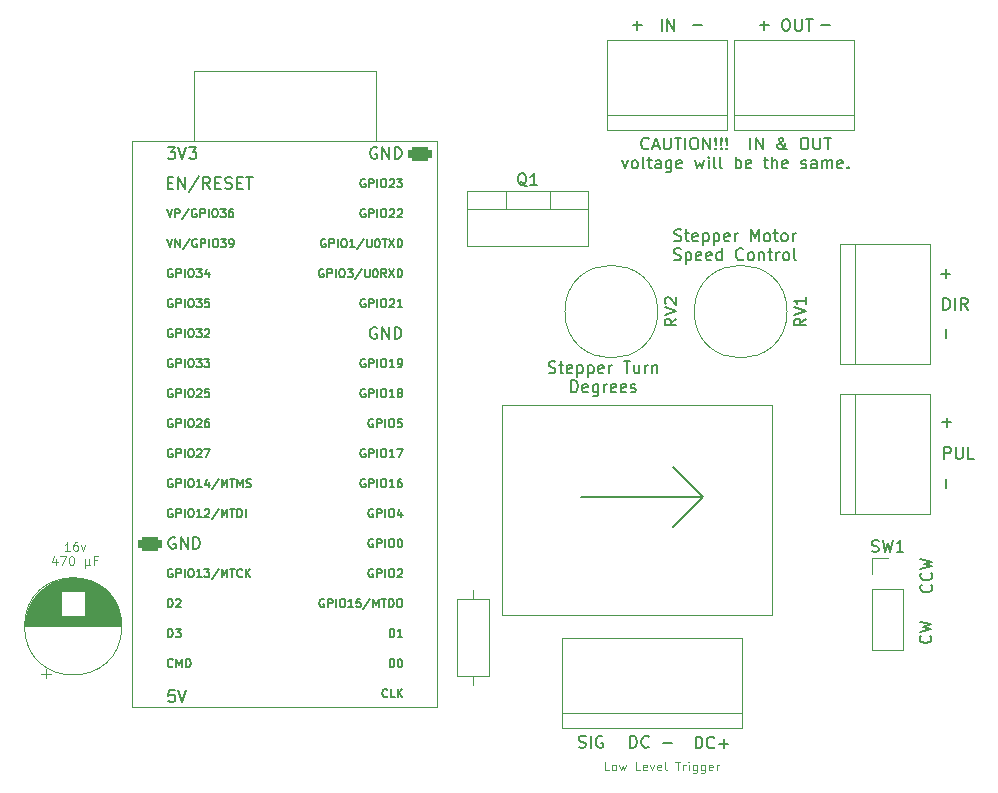
<source format=gto>
G04 #@! TF.GenerationSoftware,KiCad,Pcbnew,(6.0.5-0)*
G04 #@! TF.CreationDate,2022-09-06T15:59:41-04:00*
G04 #@! TF.ProjectId,NodeMCU-32S,4e6f6465-4d43-4552-9d33-32532e6b6963,rev?*
G04 #@! TF.SameCoordinates,Original*
G04 #@! TF.FileFunction,Legend,Top*
G04 #@! TF.FilePolarity,Positive*
%FSLAX46Y46*%
G04 Gerber Fmt 4.6, Leading zero omitted, Abs format (unit mm)*
G04 Created by KiCad (PCBNEW (6.0.5-0)) date 2022-09-06 15:59:41*
%MOMM*%
%LPD*%
G01*
G04 APERTURE LIST*
G04 Aperture macros list*
%AMRoundRect*
0 Rectangle with rounded corners*
0 $1 Rounding radius*
0 $2 $3 $4 $5 $6 $7 $8 $9 X,Y pos of 4 corners*
0 Add a 4 corners polygon primitive as box body*
4,1,4,$2,$3,$4,$5,$6,$7,$8,$9,$2,$3,0*
0 Add four circle primitives for the rounded corners*
1,1,$1+$1,$2,$3*
1,1,$1+$1,$4,$5*
1,1,$1+$1,$6,$7*
1,1,$1+$1,$8,$9*
0 Add four rect primitives between the rounded corners*
20,1,$1+$1,$2,$3,$4,$5,0*
20,1,$1+$1,$4,$5,$6,$7,0*
20,1,$1+$1,$6,$7,$8,$9,0*
20,1,$1+$1,$8,$9,$2,$3,0*%
G04 Aperture macros list end*
%ADD10C,0.150000*%
%ADD11C,0.125000*%
%ADD12C,0.120000*%
%ADD13R,1.600000X1.600000*%
%ADD14C,1.600000*%
%ADD15R,3.000000X3.000000*%
%ADD16C,3.000000*%
%ADD17R,1.905000X2.000000*%
%ADD18O,1.905000X2.000000*%
%ADD19C,1.524000*%
%ADD20C,3.200000*%
%ADD21C,1.260000*%
%ADD22O,2.000000X1.200000*%
%ADD23RoundRect,0.300000X-0.700000X0.300000X-0.700000X-0.300000X0.700000X-0.300000X0.700000X0.300000X0*%
%ADD24O,1.600000X1.600000*%
%ADD25R,1.700000X1.700000*%
%ADD26O,1.700000X1.700000*%
G04 APERTURE END LIST*
D10*
X116662200Y-87477600D02*
X119202200Y-90017600D01*
X108915200Y-90043000D02*
X119075200Y-90043000D01*
X119202200Y-90017600D02*
X116662200Y-92557600D01*
X139563600Y-74213980D02*
X139563600Y-73213980D01*
X139801695Y-73213980D01*
X139944552Y-73261600D01*
X140039790Y-73356838D01*
X140087409Y-73452076D01*
X140135028Y-73642552D01*
X140135028Y-73785409D01*
X140087409Y-73975885D01*
X140039790Y-74071123D01*
X139944552Y-74166361D01*
X139801695Y-74213980D01*
X139563600Y-74213980D01*
X140563600Y-74213980D02*
X140563600Y-73213980D01*
X141611219Y-74213980D02*
X141277885Y-73737790D01*
X141039790Y-74213980D02*
X141039790Y-73213980D01*
X141420742Y-73213980D01*
X141515980Y-73261600D01*
X141563600Y-73309219D01*
X141611219Y-73404457D01*
X141611219Y-73547314D01*
X141563600Y-73642552D01*
X141515980Y-73690171D01*
X141420742Y-73737790D01*
X141039790Y-73737790D01*
X139771428Y-76580952D02*
X139771428Y-75819047D01*
X126152400Y-49591980D02*
X126342876Y-49591980D01*
X126438114Y-49639600D01*
X126533352Y-49734838D01*
X126580971Y-49925314D01*
X126580971Y-50258647D01*
X126533352Y-50449123D01*
X126438114Y-50544361D01*
X126342876Y-50591980D01*
X126152400Y-50591980D01*
X126057161Y-50544361D01*
X125961923Y-50449123D01*
X125914304Y-50258647D01*
X125914304Y-49925314D01*
X125961923Y-49734838D01*
X126057161Y-49639600D01*
X126152400Y-49591980D01*
X127009542Y-49591980D02*
X127009542Y-50401504D01*
X127057161Y-50496742D01*
X127104780Y-50544361D01*
X127200019Y-50591980D01*
X127390495Y-50591980D01*
X127485733Y-50544361D01*
X127533352Y-50496742D01*
X127580971Y-50401504D01*
X127580971Y-49591980D01*
X127914304Y-49591980D02*
X128485733Y-49591980D01*
X128200019Y-50591980D02*
X128200019Y-49591980D01*
D11*
X65611428Y-94604535D02*
X65182857Y-94604535D01*
X65397142Y-94604535D02*
X65397142Y-93854535D01*
X65325714Y-93961678D01*
X65254285Y-94033107D01*
X65182857Y-94068821D01*
X66254285Y-93854535D02*
X66111428Y-93854535D01*
X66040000Y-93890250D01*
X66004285Y-93925964D01*
X65932857Y-94033107D01*
X65897142Y-94175964D01*
X65897142Y-94461678D01*
X65932857Y-94533107D01*
X65968571Y-94568821D01*
X66040000Y-94604535D01*
X66182857Y-94604535D01*
X66254285Y-94568821D01*
X66290000Y-94533107D01*
X66325714Y-94461678D01*
X66325714Y-94283107D01*
X66290000Y-94211678D01*
X66254285Y-94175964D01*
X66182857Y-94140250D01*
X66040000Y-94140250D01*
X65968571Y-94175964D01*
X65932857Y-94211678D01*
X65897142Y-94283107D01*
X66575714Y-94104535D02*
X66754285Y-94604535D01*
X66932857Y-94104535D01*
X64468571Y-95312035D02*
X64468571Y-95812035D01*
X64290000Y-95026321D02*
X64111428Y-95562035D01*
X64575714Y-95562035D01*
X64790000Y-95062035D02*
X65290000Y-95062035D01*
X64968571Y-95812035D01*
X65718571Y-95062035D02*
X65790000Y-95062035D01*
X65861428Y-95097750D01*
X65897142Y-95133464D01*
X65932857Y-95204892D01*
X65968571Y-95347750D01*
X65968571Y-95526321D01*
X65932857Y-95669178D01*
X65897142Y-95740607D01*
X65861428Y-95776321D01*
X65790000Y-95812035D01*
X65718571Y-95812035D01*
X65647142Y-95776321D01*
X65611428Y-95740607D01*
X65575714Y-95669178D01*
X65540000Y-95526321D01*
X65540000Y-95347750D01*
X65575714Y-95204892D01*
X65611428Y-95133464D01*
X65647142Y-95097750D01*
X65718571Y-95062035D01*
X66861428Y-95312035D02*
X66861428Y-96062035D01*
X67218571Y-95704892D02*
X67254285Y-95776321D01*
X67325714Y-95812035D01*
X66861428Y-95704892D02*
X66897142Y-95776321D01*
X66968571Y-95812035D01*
X67111428Y-95812035D01*
X67182857Y-95776321D01*
X67218571Y-95704892D01*
X67218571Y-95312035D01*
X67897142Y-95419178D02*
X67647142Y-95419178D01*
X67647142Y-95812035D02*
X67647142Y-95062035D01*
X68004285Y-95062035D01*
D10*
X115719290Y-50591980D02*
X115719290Y-49591980D01*
X116195480Y-50591980D02*
X116195480Y-49591980D01*
X116766909Y-50591980D01*
X116766909Y-49591980D01*
X139753549Y-89277103D02*
X139753549Y-88515198D01*
X124015547Y-50122128D02*
X124777452Y-50122128D01*
X124396500Y-50503080D02*
X124396500Y-49741176D01*
X106150352Y-79508161D02*
X106293209Y-79555780D01*
X106531304Y-79555780D01*
X106626542Y-79508161D01*
X106674161Y-79460542D01*
X106721780Y-79365304D01*
X106721780Y-79270066D01*
X106674161Y-79174828D01*
X106626542Y-79127209D01*
X106531304Y-79079590D01*
X106340828Y-79031971D01*
X106245590Y-78984352D01*
X106197971Y-78936733D01*
X106150352Y-78841495D01*
X106150352Y-78746257D01*
X106197971Y-78651019D01*
X106245590Y-78603400D01*
X106340828Y-78555780D01*
X106578923Y-78555780D01*
X106721780Y-78603400D01*
X107007495Y-78889114D02*
X107388447Y-78889114D01*
X107150352Y-78555780D02*
X107150352Y-79412923D01*
X107197971Y-79508161D01*
X107293209Y-79555780D01*
X107388447Y-79555780D01*
X108102733Y-79508161D02*
X108007495Y-79555780D01*
X107817019Y-79555780D01*
X107721780Y-79508161D01*
X107674161Y-79412923D01*
X107674161Y-79031971D01*
X107721780Y-78936733D01*
X107817019Y-78889114D01*
X108007495Y-78889114D01*
X108102733Y-78936733D01*
X108150352Y-79031971D01*
X108150352Y-79127209D01*
X107674161Y-79222447D01*
X108578923Y-78889114D02*
X108578923Y-79889114D01*
X108578923Y-78936733D02*
X108674161Y-78889114D01*
X108864638Y-78889114D01*
X108959876Y-78936733D01*
X109007495Y-78984352D01*
X109055114Y-79079590D01*
X109055114Y-79365304D01*
X109007495Y-79460542D01*
X108959876Y-79508161D01*
X108864638Y-79555780D01*
X108674161Y-79555780D01*
X108578923Y-79508161D01*
X109483685Y-78889114D02*
X109483685Y-79889114D01*
X109483685Y-78936733D02*
X109578923Y-78889114D01*
X109769400Y-78889114D01*
X109864638Y-78936733D01*
X109912257Y-78984352D01*
X109959876Y-79079590D01*
X109959876Y-79365304D01*
X109912257Y-79460542D01*
X109864638Y-79508161D01*
X109769400Y-79555780D01*
X109578923Y-79555780D01*
X109483685Y-79508161D01*
X110769400Y-79508161D02*
X110674161Y-79555780D01*
X110483685Y-79555780D01*
X110388447Y-79508161D01*
X110340828Y-79412923D01*
X110340828Y-79031971D01*
X110388447Y-78936733D01*
X110483685Y-78889114D01*
X110674161Y-78889114D01*
X110769400Y-78936733D01*
X110817019Y-79031971D01*
X110817019Y-79127209D01*
X110340828Y-79222447D01*
X111245590Y-79555780D02*
X111245590Y-78889114D01*
X111245590Y-79079590D02*
X111293209Y-78984352D01*
X111340828Y-78936733D01*
X111436066Y-78889114D01*
X111531304Y-78889114D01*
X112483685Y-78555780D02*
X113055114Y-78555780D01*
X112769400Y-79555780D02*
X112769400Y-78555780D01*
X113817019Y-78889114D02*
X113817019Y-79555780D01*
X113388447Y-78889114D02*
X113388447Y-79412923D01*
X113436066Y-79508161D01*
X113531304Y-79555780D01*
X113674161Y-79555780D01*
X113769400Y-79508161D01*
X113817019Y-79460542D01*
X114293209Y-79555780D02*
X114293209Y-78889114D01*
X114293209Y-79079590D02*
X114340828Y-78984352D01*
X114388447Y-78936733D01*
X114483685Y-78889114D01*
X114578923Y-78889114D01*
X114912257Y-78889114D02*
X114912257Y-79555780D01*
X114912257Y-78984352D02*
X114959876Y-78936733D01*
X115055114Y-78889114D01*
X115197971Y-78889114D01*
X115293209Y-78936733D01*
X115340828Y-79031971D01*
X115340828Y-79555780D01*
X108055114Y-81165780D02*
X108055114Y-80165780D01*
X108293209Y-80165780D01*
X108436066Y-80213400D01*
X108531304Y-80308638D01*
X108578923Y-80403876D01*
X108626542Y-80594352D01*
X108626542Y-80737209D01*
X108578923Y-80927685D01*
X108531304Y-81022923D01*
X108436066Y-81118161D01*
X108293209Y-81165780D01*
X108055114Y-81165780D01*
X109436066Y-81118161D02*
X109340828Y-81165780D01*
X109150352Y-81165780D01*
X109055114Y-81118161D01*
X109007495Y-81022923D01*
X109007495Y-80641971D01*
X109055114Y-80546733D01*
X109150352Y-80499114D01*
X109340828Y-80499114D01*
X109436066Y-80546733D01*
X109483685Y-80641971D01*
X109483685Y-80737209D01*
X109007495Y-80832447D01*
X110340828Y-80499114D02*
X110340828Y-81308638D01*
X110293209Y-81403876D01*
X110245590Y-81451495D01*
X110150352Y-81499114D01*
X110007495Y-81499114D01*
X109912257Y-81451495D01*
X110340828Y-81118161D02*
X110245590Y-81165780D01*
X110055114Y-81165780D01*
X109959876Y-81118161D01*
X109912257Y-81070542D01*
X109864638Y-80975304D01*
X109864638Y-80689590D01*
X109912257Y-80594352D01*
X109959876Y-80546733D01*
X110055114Y-80499114D01*
X110245590Y-80499114D01*
X110340828Y-80546733D01*
X110817019Y-81165780D02*
X110817019Y-80499114D01*
X110817019Y-80689590D02*
X110864638Y-80594352D01*
X110912257Y-80546733D01*
X111007495Y-80499114D01*
X111102733Y-80499114D01*
X111817019Y-81118161D02*
X111721780Y-81165780D01*
X111531304Y-81165780D01*
X111436066Y-81118161D01*
X111388447Y-81022923D01*
X111388447Y-80641971D01*
X111436066Y-80546733D01*
X111531304Y-80499114D01*
X111721780Y-80499114D01*
X111817019Y-80546733D01*
X111864638Y-80641971D01*
X111864638Y-80737209D01*
X111388447Y-80832447D01*
X112674161Y-81118161D02*
X112578923Y-81165780D01*
X112388447Y-81165780D01*
X112293209Y-81118161D01*
X112245590Y-81022923D01*
X112245590Y-80641971D01*
X112293209Y-80546733D01*
X112388447Y-80499114D01*
X112578923Y-80499114D01*
X112674161Y-80546733D01*
X112721780Y-80641971D01*
X112721780Y-80737209D01*
X112245590Y-80832447D01*
X113102733Y-81118161D02*
X113197971Y-81165780D01*
X113388447Y-81165780D01*
X113483685Y-81118161D01*
X113531304Y-81022923D01*
X113531304Y-80975304D01*
X113483685Y-80880066D01*
X113388447Y-80832447D01*
X113245590Y-80832447D01*
X113150352Y-80784828D01*
X113102733Y-80689590D01*
X113102733Y-80641971D01*
X113150352Y-80546733D01*
X113245590Y-80499114D01*
X113388447Y-80499114D01*
X113483685Y-80546733D01*
X118338647Y-50122128D02*
X119100552Y-50122128D01*
X114613657Y-60512142D02*
X114566038Y-60559761D01*
X114423180Y-60607380D01*
X114327942Y-60607380D01*
X114185085Y-60559761D01*
X114089847Y-60464523D01*
X114042228Y-60369285D01*
X113994609Y-60178809D01*
X113994609Y-60035952D01*
X114042228Y-59845476D01*
X114089847Y-59750238D01*
X114185085Y-59655000D01*
X114327942Y-59607380D01*
X114423180Y-59607380D01*
X114566038Y-59655000D01*
X114613657Y-59702619D01*
X114994609Y-60321666D02*
X115470800Y-60321666D01*
X114899371Y-60607380D02*
X115232704Y-59607380D01*
X115566038Y-60607380D01*
X115899371Y-59607380D02*
X115899371Y-60416904D01*
X115946990Y-60512142D01*
X115994609Y-60559761D01*
X116089847Y-60607380D01*
X116280323Y-60607380D01*
X116375561Y-60559761D01*
X116423180Y-60512142D01*
X116470800Y-60416904D01*
X116470800Y-59607380D01*
X116804133Y-59607380D02*
X117375561Y-59607380D01*
X117089847Y-60607380D02*
X117089847Y-59607380D01*
X117708895Y-60607380D02*
X117708895Y-59607380D01*
X118375561Y-59607380D02*
X118566038Y-59607380D01*
X118661276Y-59655000D01*
X118756514Y-59750238D01*
X118804133Y-59940714D01*
X118804133Y-60274047D01*
X118756514Y-60464523D01*
X118661276Y-60559761D01*
X118566038Y-60607380D01*
X118375561Y-60607380D01*
X118280323Y-60559761D01*
X118185085Y-60464523D01*
X118137466Y-60274047D01*
X118137466Y-59940714D01*
X118185085Y-59750238D01*
X118280323Y-59655000D01*
X118375561Y-59607380D01*
X119232704Y-60607380D02*
X119232704Y-59607380D01*
X119804133Y-60607380D01*
X119804133Y-59607380D01*
X120280323Y-60512142D02*
X120327942Y-60559761D01*
X120280323Y-60607380D01*
X120232704Y-60559761D01*
X120280323Y-60512142D01*
X120280323Y-60607380D01*
X120280323Y-60226428D02*
X120232704Y-59655000D01*
X120280323Y-59607380D01*
X120327942Y-59655000D01*
X120280323Y-60226428D01*
X120280323Y-59607380D01*
X120756514Y-60512142D02*
X120804133Y-60559761D01*
X120756514Y-60607380D01*
X120708895Y-60559761D01*
X120756514Y-60512142D01*
X120756514Y-60607380D01*
X120756514Y-60226428D02*
X120708895Y-59655000D01*
X120756514Y-59607380D01*
X120804133Y-59655000D01*
X120756514Y-60226428D01*
X120756514Y-59607380D01*
X121232704Y-60512142D02*
X121280323Y-60559761D01*
X121232704Y-60607380D01*
X121185085Y-60559761D01*
X121232704Y-60512142D01*
X121232704Y-60607380D01*
X121232704Y-60226428D02*
X121185085Y-59655000D01*
X121232704Y-59607380D01*
X121280323Y-59655000D01*
X121232704Y-60226428D01*
X121232704Y-59607380D01*
X123232704Y-60607380D02*
X123232704Y-59607380D01*
X123708895Y-60607380D02*
X123708895Y-59607380D01*
X124280323Y-60607380D01*
X124280323Y-59607380D01*
X126327942Y-60607380D02*
X126280323Y-60607380D01*
X126185085Y-60559761D01*
X126042228Y-60416904D01*
X125804133Y-60131190D01*
X125708895Y-59988333D01*
X125661276Y-59845476D01*
X125661276Y-59750238D01*
X125708895Y-59655000D01*
X125804133Y-59607380D01*
X125851752Y-59607380D01*
X125946990Y-59655000D01*
X125994609Y-59750238D01*
X125994609Y-59797857D01*
X125946990Y-59893095D01*
X125899371Y-59940714D01*
X125613657Y-60131190D01*
X125566038Y-60178809D01*
X125518419Y-60274047D01*
X125518419Y-60416904D01*
X125566038Y-60512142D01*
X125613657Y-60559761D01*
X125708895Y-60607380D01*
X125851752Y-60607380D01*
X125946990Y-60559761D01*
X125994609Y-60512142D01*
X126137466Y-60321666D01*
X126185085Y-60178809D01*
X126185085Y-60083571D01*
X127708895Y-59607380D02*
X127899371Y-59607380D01*
X127994609Y-59655000D01*
X128089847Y-59750238D01*
X128137466Y-59940714D01*
X128137466Y-60274047D01*
X128089847Y-60464523D01*
X127994609Y-60559761D01*
X127899371Y-60607380D01*
X127708895Y-60607380D01*
X127613657Y-60559761D01*
X127518419Y-60464523D01*
X127470799Y-60274047D01*
X127470799Y-59940714D01*
X127518419Y-59750238D01*
X127613657Y-59655000D01*
X127708895Y-59607380D01*
X128566038Y-59607380D02*
X128566038Y-60416904D01*
X128613657Y-60512142D01*
X128661276Y-60559761D01*
X128756514Y-60607380D01*
X128946990Y-60607380D01*
X129042228Y-60559761D01*
X129089847Y-60512142D01*
X129137466Y-60416904D01*
X129137466Y-59607380D01*
X129470799Y-59607380D02*
X130042228Y-59607380D01*
X129756514Y-60607380D02*
X129756514Y-59607380D01*
X112351752Y-61550714D02*
X112589847Y-62217380D01*
X112827942Y-61550714D01*
X113351752Y-62217380D02*
X113256514Y-62169761D01*
X113208895Y-62122142D01*
X113161276Y-62026904D01*
X113161276Y-61741190D01*
X113208895Y-61645952D01*
X113256514Y-61598333D01*
X113351752Y-61550714D01*
X113494609Y-61550714D01*
X113589847Y-61598333D01*
X113637466Y-61645952D01*
X113685085Y-61741190D01*
X113685085Y-62026904D01*
X113637466Y-62122142D01*
X113589847Y-62169761D01*
X113494609Y-62217380D01*
X113351752Y-62217380D01*
X114256514Y-62217380D02*
X114161276Y-62169761D01*
X114113657Y-62074523D01*
X114113657Y-61217380D01*
X114494609Y-61550714D02*
X114875561Y-61550714D01*
X114637466Y-61217380D02*
X114637466Y-62074523D01*
X114685085Y-62169761D01*
X114780323Y-62217380D01*
X114875561Y-62217380D01*
X115637466Y-62217380D02*
X115637466Y-61693571D01*
X115589847Y-61598333D01*
X115494609Y-61550714D01*
X115304133Y-61550714D01*
X115208895Y-61598333D01*
X115637466Y-62169761D02*
X115542228Y-62217380D01*
X115304133Y-62217380D01*
X115208895Y-62169761D01*
X115161276Y-62074523D01*
X115161276Y-61979285D01*
X115208895Y-61884047D01*
X115304133Y-61836428D01*
X115542228Y-61836428D01*
X115637466Y-61788809D01*
X116542228Y-61550714D02*
X116542228Y-62360238D01*
X116494609Y-62455476D01*
X116446990Y-62503095D01*
X116351752Y-62550714D01*
X116208895Y-62550714D01*
X116113657Y-62503095D01*
X116542228Y-62169761D02*
X116446990Y-62217380D01*
X116256514Y-62217380D01*
X116161276Y-62169761D01*
X116113657Y-62122142D01*
X116066038Y-62026904D01*
X116066038Y-61741190D01*
X116113657Y-61645952D01*
X116161276Y-61598333D01*
X116256514Y-61550714D01*
X116446990Y-61550714D01*
X116542228Y-61598333D01*
X117399371Y-62169761D02*
X117304133Y-62217380D01*
X117113657Y-62217380D01*
X117018419Y-62169761D01*
X116970800Y-62074523D01*
X116970800Y-61693571D01*
X117018419Y-61598333D01*
X117113657Y-61550714D01*
X117304133Y-61550714D01*
X117399371Y-61598333D01*
X117446990Y-61693571D01*
X117446990Y-61788809D01*
X116970800Y-61884047D01*
X118542228Y-61550714D02*
X118732704Y-62217380D01*
X118923180Y-61741190D01*
X119113657Y-62217380D01*
X119304133Y-61550714D01*
X119685085Y-62217380D02*
X119685085Y-61550714D01*
X119685085Y-61217380D02*
X119637466Y-61265000D01*
X119685085Y-61312619D01*
X119732704Y-61265000D01*
X119685085Y-61217380D01*
X119685085Y-61312619D01*
X120304133Y-62217380D02*
X120208895Y-62169761D01*
X120161276Y-62074523D01*
X120161276Y-61217380D01*
X120827942Y-62217380D02*
X120732704Y-62169761D01*
X120685085Y-62074523D01*
X120685085Y-61217380D01*
X121970800Y-62217380D02*
X121970800Y-61217380D01*
X121970800Y-61598333D02*
X122066038Y-61550714D01*
X122256514Y-61550714D01*
X122351752Y-61598333D01*
X122399371Y-61645952D01*
X122446990Y-61741190D01*
X122446990Y-62026904D01*
X122399371Y-62122142D01*
X122351752Y-62169761D01*
X122256514Y-62217380D01*
X122066038Y-62217380D01*
X121970800Y-62169761D01*
X123256514Y-62169761D02*
X123161276Y-62217380D01*
X122970800Y-62217380D01*
X122875561Y-62169761D01*
X122827942Y-62074523D01*
X122827942Y-61693571D01*
X122875561Y-61598333D01*
X122970800Y-61550714D01*
X123161276Y-61550714D01*
X123256514Y-61598333D01*
X123304133Y-61693571D01*
X123304133Y-61788809D01*
X122827942Y-61884047D01*
X124351752Y-61550714D02*
X124732704Y-61550714D01*
X124494609Y-61217380D02*
X124494609Y-62074523D01*
X124542228Y-62169761D01*
X124637466Y-62217380D01*
X124732704Y-62217380D01*
X125066038Y-62217380D02*
X125066038Y-61217380D01*
X125494609Y-62217380D02*
X125494609Y-61693571D01*
X125446990Y-61598333D01*
X125351752Y-61550714D01*
X125208895Y-61550714D01*
X125113657Y-61598333D01*
X125066038Y-61645952D01*
X126351752Y-62169761D02*
X126256514Y-62217380D01*
X126066038Y-62217380D01*
X125970800Y-62169761D01*
X125923180Y-62074523D01*
X125923180Y-61693571D01*
X125970800Y-61598333D01*
X126066038Y-61550714D01*
X126256514Y-61550714D01*
X126351752Y-61598333D01*
X126399371Y-61693571D01*
X126399371Y-61788809D01*
X125923180Y-61884047D01*
X127542228Y-62169761D02*
X127637466Y-62217380D01*
X127827942Y-62217380D01*
X127923180Y-62169761D01*
X127970800Y-62074523D01*
X127970800Y-62026904D01*
X127923180Y-61931666D01*
X127827942Y-61884047D01*
X127685085Y-61884047D01*
X127589847Y-61836428D01*
X127542228Y-61741190D01*
X127542228Y-61693571D01*
X127589847Y-61598333D01*
X127685085Y-61550714D01*
X127827942Y-61550714D01*
X127923180Y-61598333D01*
X128827942Y-62217380D02*
X128827942Y-61693571D01*
X128780323Y-61598333D01*
X128685085Y-61550714D01*
X128494609Y-61550714D01*
X128399371Y-61598333D01*
X128827942Y-62169761D02*
X128732704Y-62217380D01*
X128494609Y-62217380D01*
X128399371Y-62169761D01*
X128351752Y-62074523D01*
X128351752Y-61979285D01*
X128399371Y-61884047D01*
X128494609Y-61836428D01*
X128732704Y-61836428D01*
X128827942Y-61788809D01*
X129304133Y-62217380D02*
X129304133Y-61550714D01*
X129304133Y-61645952D02*
X129351752Y-61598333D01*
X129446990Y-61550714D01*
X129589847Y-61550714D01*
X129685085Y-61598333D01*
X129732704Y-61693571D01*
X129732704Y-62217380D01*
X129732704Y-61693571D02*
X129780323Y-61598333D01*
X129875561Y-61550714D01*
X130018419Y-61550714D01*
X130113657Y-61598333D01*
X130161276Y-61693571D01*
X130161276Y-62217380D01*
X131018419Y-62169761D02*
X130923180Y-62217380D01*
X130732704Y-62217380D01*
X130637466Y-62169761D01*
X130589847Y-62074523D01*
X130589847Y-61693571D01*
X130637466Y-61598333D01*
X130732704Y-61550714D01*
X130923180Y-61550714D01*
X131018419Y-61598333D01*
X131066038Y-61693571D01*
X131066038Y-61788809D01*
X130589847Y-61884047D01*
X131494609Y-62122142D02*
X131542228Y-62169761D01*
X131494609Y-62217380D01*
X131446990Y-62169761D01*
X131494609Y-62122142D01*
X131494609Y-62217380D01*
X139873028Y-84099352D02*
X139873028Y-83337447D01*
X140253980Y-83718400D02*
X139492076Y-83718400D01*
X108704190Y-111224961D02*
X108847047Y-111272580D01*
X109085142Y-111272580D01*
X109180380Y-111224961D01*
X109228000Y-111177342D01*
X109275619Y-111082104D01*
X109275619Y-110986866D01*
X109228000Y-110891628D01*
X109180380Y-110844009D01*
X109085142Y-110796390D01*
X108894666Y-110748771D01*
X108799428Y-110701152D01*
X108751809Y-110653533D01*
X108704190Y-110558295D01*
X108704190Y-110463057D01*
X108751809Y-110367819D01*
X108799428Y-110320200D01*
X108894666Y-110272580D01*
X109132761Y-110272580D01*
X109275619Y-110320200D01*
X109704190Y-111272580D02*
X109704190Y-110272580D01*
X110704190Y-110320200D02*
X110608952Y-110272580D01*
X110466095Y-110272580D01*
X110323238Y-110320200D01*
X110228000Y-110415438D01*
X110180380Y-110510676D01*
X110132761Y-110701152D01*
X110132761Y-110844009D01*
X110180380Y-111034485D01*
X110228000Y-111129723D01*
X110323238Y-111224961D01*
X110466095Y-111272580D01*
X110561333Y-111272580D01*
X110704190Y-111224961D01*
X110751809Y-111177342D01*
X110751809Y-110844009D01*
X110561333Y-110844009D01*
X113046095Y-111272580D02*
X113046095Y-110272580D01*
X113284190Y-110272580D01*
X113427047Y-110320200D01*
X113522285Y-110415438D01*
X113569904Y-110510676D01*
X113617523Y-110701152D01*
X113617523Y-110844009D01*
X113569904Y-111034485D01*
X113522285Y-111129723D01*
X113427047Y-111224961D01*
X113284190Y-111272580D01*
X113046095Y-111272580D01*
X114617523Y-111177342D02*
X114569904Y-111224961D01*
X114427047Y-111272580D01*
X114331809Y-111272580D01*
X114188952Y-111224961D01*
X114093714Y-111129723D01*
X114046095Y-111034485D01*
X113998476Y-110844009D01*
X113998476Y-110701152D01*
X114046095Y-110510676D01*
X114093714Y-110415438D01*
X114188952Y-110320200D01*
X114331809Y-110272580D01*
X114427047Y-110272580D01*
X114569904Y-110320200D01*
X114617523Y-110367819D01*
X115808000Y-110891628D02*
X116569904Y-110891628D01*
X116799361Y-68332161D02*
X116942219Y-68379780D01*
X117180314Y-68379780D01*
X117275552Y-68332161D01*
X117323171Y-68284542D01*
X117370790Y-68189304D01*
X117370790Y-68094066D01*
X117323171Y-67998828D01*
X117275552Y-67951209D01*
X117180314Y-67903590D01*
X116989838Y-67855971D01*
X116894600Y-67808352D01*
X116846980Y-67760733D01*
X116799361Y-67665495D01*
X116799361Y-67570257D01*
X116846980Y-67475019D01*
X116894600Y-67427400D01*
X116989838Y-67379780D01*
X117227933Y-67379780D01*
X117370790Y-67427400D01*
X117656504Y-67713114D02*
X118037457Y-67713114D01*
X117799361Y-67379780D02*
X117799361Y-68236923D01*
X117846980Y-68332161D01*
X117942219Y-68379780D01*
X118037457Y-68379780D01*
X118751742Y-68332161D02*
X118656504Y-68379780D01*
X118466028Y-68379780D01*
X118370790Y-68332161D01*
X118323171Y-68236923D01*
X118323171Y-67855971D01*
X118370790Y-67760733D01*
X118466028Y-67713114D01*
X118656504Y-67713114D01*
X118751742Y-67760733D01*
X118799361Y-67855971D01*
X118799361Y-67951209D01*
X118323171Y-68046447D01*
X119227933Y-67713114D02*
X119227933Y-68713114D01*
X119227933Y-67760733D02*
X119323171Y-67713114D01*
X119513647Y-67713114D01*
X119608885Y-67760733D01*
X119656504Y-67808352D01*
X119704123Y-67903590D01*
X119704123Y-68189304D01*
X119656504Y-68284542D01*
X119608885Y-68332161D01*
X119513647Y-68379780D01*
X119323171Y-68379780D01*
X119227933Y-68332161D01*
X120132695Y-67713114D02*
X120132695Y-68713114D01*
X120132695Y-67760733D02*
X120227933Y-67713114D01*
X120418409Y-67713114D01*
X120513647Y-67760733D01*
X120561266Y-67808352D01*
X120608885Y-67903590D01*
X120608885Y-68189304D01*
X120561266Y-68284542D01*
X120513647Y-68332161D01*
X120418409Y-68379780D01*
X120227933Y-68379780D01*
X120132695Y-68332161D01*
X121418409Y-68332161D02*
X121323171Y-68379780D01*
X121132695Y-68379780D01*
X121037457Y-68332161D01*
X120989838Y-68236923D01*
X120989838Y-67855971D01*
X121037457Y-67760733D01*
X121132695Y-67713114D01*
X121323171Y-67713114D01*
X121418409Y-67760733D01*
X121466028Y-67855971D01*
X121466028Y-67951209D01*
X120989838Y-68046447D01*
X121894600Y-68379780D02*
X121894600Y-67713114D01*
X121894600Y-67903590D02*
X121942219Y-67808352D01*
X121989838Y-67760733D01*
X122085076Y-67713114D01*
X122180314Y-67713114D01*
X123275552Y-68379780D02*
X123275552Y-67379780D01*
X123608885Y-68094066D01*
X123942219Y-67379780D01*
X123942219Y-68379780D01*
X124561266Y-68379780D02*
X124466028Y-68332161D01*
X124418409Y-68284542D01*
X124370790Y-68189304D01*
X124370790Y-67903590D01*
X124418409Y-67808352D01*
X124466028Y-67760733D01*
X124561266Y-67713114D01*
X124704123Y-67713114D01*
X124799361Y-67760733D01*
X124846980Y-67808352D01*
X124894600Y-67903590D01*
X124894600Y-68189304D01*
X124846980Y-68284542D01*
X124799361Y-68332161D01*
X124704123Y-68379780D01*
X124561266Y-68379780D01*
X125180314Y-67713114D02*
X125561266Y-67713114D01*
X125323171Y-67379780D02*
X125323171Y-68236923D01*
X125370790Y-68332161D01*
X125466028Y-68379780D01*
X125561266Y-68379780D01*
X126037457Y-68379780D02*
X125942219Y-68332161D01*
X125894600Y-68284542D01*
X125846980Y-68189304D01*
X125846980Y-67903590D01*
X125894600Y-67808352D01*
X125942219Y-67760733D01*
X126037457Y-67713114D01*
X126180314Y-67713114D01*
X126275552Y-67760733D01*
X126323171Y-67808352D01*
X126370790Y-67903590D01*
X126370790Y-68189304D01*
X126323171Y-68284542D01*
X126275552Y-68332161D01*
X126180314Y-68379780D01*
X126037457Y-68379780D01*
X126799361Y-68379780D02*
X126799361Y-67713114D01*
X126799361Y-67903590D02*
X126846980Y-67808352D01*
X126894600Y-67760733D01*
X126989838Y-67713114D01*
X127085076Y-67713114D01*
X116751742Y-69942161D02*
X116894600Y-69989780D01*
X117132695Y-69989780D01*
X117227933Y-69942161D01*
X117275552Y-69894542D01*
X117323171Y-69799304D01*
X117323171Y-69704066D01*
X117275552Y-69608828D01*
X117227933Y-69561209D01*
X117132695Y-69513590D01*
X116942219Y-69465971D01*
X116846980Y-69418352D01*
X116799361Y-69370733D01*
X116751742Y-69275495D01*
X116751742Y-69180257D01*
X116799361Y-69085019D01*
X116846980Y-69037400D01*
X116942219Y-68989780D01*
X117180314Y-68989780D01*
X117323171Y-69037400D01*
X117751742Y-69323114D02*
X117751742Y-70323114D01*
X117751742Y-69370733D02*
X117846980Y-69323114D01*
X118037457Y-69323114D01*
X118132695Y-69370733D01*
X118180314Y-69418352D01*
X118227933Y-69513590D01*
X118227933Y-69799304D01*
X118180314Y-69894542D01*
X118132695Y-69942161D01*
X118037457Y-69989780D01*
X117846980Y-69989780D01*
X117751742Y-69942161D01*
X119037457Y-69942161D02*
X118942219Y-69989780D01*
X118751742Y-69989780D01*
X118656504Y-69942161D01*
X118608885Y-69846923D01*
X118608885Y-69465971D01*
X118656504Y-69370733D01*
X118751742Y-69323114D01*
X118942219Y-69323114D01*
X119037457Y-69370733D01*
X119085076Y-69465971D01*
X119085076Y-69561209D01*
X118608885Y-69656447D01*
X119894600Y-69942161D02*
X119799361Y-69989780D01*
X119608885Y-69989780D01*
X119513647Y-69942161D01*
X119466028Y-69846923D01*
X119466028Y-69465971D01*
X119513647Y-69370733D01*
X119608885Y-69323114D01*
X119799361Y-69323114D01*
X119894600Y-69370733D01*
X119942219Y-69465971D01*
X119942219Y-69561209D01*
X119466028Y-69656447D01*
X120799361Y-69989780D02*
X120799361Y-68989780D01*
X120799361Y-69942161D02*
X120704123Y-69989780D01*
X120513647Y-69989780D01*
X120418409Y-69942161D01*
X120370790Y-69894542D01*
X120323171Y-69799304D01*
X120323171Y-69513590D01*
X120370790Y-69418352D01*
X120418409Y-69370733D01*
X120513647Y-69323114D01*
X120704123Y-69323114D01*
X120799361Y-69370733D01*
X122608885Y-69894542D02*
X122561266Y-69942161D01*
X122418409Y-69989780D01*
X122323171Y-69989780D01*
X122180314Y-69942161D01*
X122085076Y-69846923D01*
X122037457Y-69751685D01*
X121989838Y-69561209D01*
X121989838Y-69418352D01*
X122037457Y-69227876D01*
X122085076Y-69132638D01*
X122180314Y-69037400D01*
X122323171Y-68989780D01*
X122418409Y-68989780D01*
X122561266Y-69037400D01*
X122608885Y-69085019D01*
X123180314Y-69989780D02*
X123085076Y-69942161D01*
X123037457Y-69894542D01*
X122989838Y-69799304D01*
X122989838Y-69513590D01*
X123037457Y-69418352D01*
X123085076Y-69370733D01*
X123180314Y-69323114D01*
X123323171Y-69323114D01*
X123418409Y-69370733D01*
X123466028Y-69418352D01*
X123513647Y-69513590D01*
X123513647Y-69799304D01*
X123466028Y-69894542D01*
X123418409Y-69942161D01*
X123323171Y-69989780D01*
X123180314Y-69989780D01*
X123942219Y-69323114D02*
X123942219Y-69989780D01*
X123942219Y-69418352D02*
X123989838Y-69370733D01*
X124085076Y-69323114D01*
X124227933Y-69323114D01*
X124323171Y-69370733D01*
X124370790Y-69465971D01*
X124370790Y-69989780D01*
X124704123Y-69323114D02*
X125085076Y-69323114D01*
X124846980Y-68989780D02*
X124846980Y-69846923D01*
X124894600Y-69942161D01*
X124989838Y-69989780D01*
X125085076Y-69989780D01*
X125418409Y-69989780D02*
X125418409Y-69323114D01*
X125418409Y-69513590D02*
X125466028Y-69418352D01*
X125513647Y-69370733D01*
X125608885Y-69323114D01*
X125704123Y-69323114D01*
X126180314Y-69989780D02*
X126085076Y-69942161D01*
X126037457Y-69894542D01*
X125989838Y-69799304D01*
X125989838Y-69513590D01*
X126037457Y-69418352D01*
X126085076Y-69370733D01*
X126180314Y-69323114D01*
X126323171Y-69323114D01*
X126418409Y-69370733D01*
X126466028Y-69418352D01*
X126513647Y-69513590D01*
X126513647Y-69799304D01*
X126466028Y-69894542D01*
X126418409Y-69942161D01*
X126323171Y-69989780D01*
X126180314Y-69989780D01*
X127085076Y-69989780D02*
X126989838Y-69942161D01*
X126942219Y-69846923D01*
X126942219Y-68989780D01*
X118583247Y-111323380D02*
X118583247Y-110323380D01*
X118821342Y-110323380D01*
X118964200Y-110371000D01*
X119059438Y-110466238D01*
X119107057Y-110561476D01*
X119154676Y-110751952D01*
X119154676Y-110894809D01*
X119107057Y-111085285D01*
X119059438Y-111180523D01*
X118964200Y-111275761D01*
X118821342Y-111323380D01*
X118583247Y-111323380D01*
X120154676Y-111228142D02*
X120107057Y-111275761D01*
X119964200Y-111323380D01*
X119868961Y-111323380D01*
X119726104Y-111275761D01*
X119630866Y-111180523D01*
X119583247Y-111085285D01*
X119535628Y-110894809D01*
X119535628Y-110751952D01*
X119583247Y-110561476D01*
X119630866Y-110466238D01*
X119726104Y-110371000D01*
X119868961Y-110323380D01*
X119964200Y-110323380D01*
X120107057Y-110371000D01*
X120154676Y-110418619D01*
X120583247Y-110942428D02*
X121345152Y-110942428D01*
X120964200Y-111323380D02*
X120964200Y-110561476D01*
X139627123Y-86812380D02*
X139627123Y-85812380D01*
X140008076Y-85812380D01*
X140103314Y-85860000D01*
X140150933Y-85907619D01*
X140198552Y-86002857D01*
X140198552Y-86145714D01*
X140150933Y-86240952D01*
X140103314Y-86288571D01*
X140008076Y-86336190D01*
X139627123Y-86336190D01*
X140627123Y-85812380D02*
X140627123Y-86621904D01*
X140674742Y-86717142D01*
X140722361Y-86764761D01*
X140817600Y-86812380D01*
X141008076Y-86812380D01*
X141103314Y-86764761D01*
X141150933Y-86717142D01*
X141198552Y-86621904D01*
X141198552Y-85812380D01*
X142150933Y-86812380D02*
X141674742Y-86812380D01*
X141674742Y-85812380D01*
X138533142Y-97485104D02*
X138580761Y-97532723D01*
X138628380Y-97675580D01*
X138628380Y-97770819D01*
X138580761Y-97913676D01*
X138485523Y-98008914D01*
X138390285Y-98056533D01*
X138199809Y-98104152D01*
X138056952Y-98104152D01*
X137866476Y-98056533D01*
X137771238Y-98008914D01*
X137676000Y-97913676D01*
X137628380Y-97770819D01*
X137628380Y-97675580D01*
X137676000Y-97532723D01*
X137723619Y-97485104D01*
X138533142Y-96485104D02*
X138580761Y-96532723D01*
X138628380Y-96675580D01*
X138628380Y-96770819D01*
X138580761Y-96913676D01*
X138485523Y-97008914D01*
X138390285Y-97056533D01*
X138199809Y-97104152D01*
X138056952Y-97104152D01*
X137866476Y-97056533D01*
X137771238Y-97008914D01*
X137676000Y-96913676D01*
X137628380Y-96770819D01*
X137628380Y-96675580D01*
X137676000Y-96532723D01*
X137723619Y-96485104D01*
X137628380Y-96151771D02*
X138628380Y-95913676D01*
X137914095Y-95723200D01*
X138628380Y-95532723D01*
X137628380Y-95294628D01*
X138456942Y-101785704D02*
X138504561Y-101833323D01*
X138552180Y-101976180D01*
X138552180Y-102071419D01*
X138504561Y-102214276D01*
X138409323Y-102309514D01*
X138314085Y-102357133D01*
X138123609Y-102404752D01*
X137980752Y-102404752D01*
X137790276Y-102357133D01*
X137695038Y-102309514D01*
X137599800Y-102214276D01*
X137552180Y-102071419D01*
X137552180Y-101976180D01*
X137599800Y-101833323D01*
X137647419Y-101785704D01*
X137552180Y-101452371D02*
X138552180Y-101214276D01*
X137837895Y-101023800D01*
X138552180Y-100833323D01*
X137552180Y-100595228D01*
X139771428Y-71500952D02*
X139771428Y-70739047D01*
X140152380Y-71120000D02*
X139390476Y-71120000D01*
X129209847Y-50109428D02*
X129971752Y-50109428D01*
X113258647Y-50122128D02*
X114020552Y-50122128D01*
X113639600Y-50503080D02*
X113639600Y-49741176D01*
D11*
X111268428Y-113191485D02*
X110911285Y-113191485D01*
X110911285Y-112441485D01*
X111625571Y-113191485D02*
X111554142Y-113155771D01*
X111518428Y-113120057D01*
X111482714Y-113048628D01*
X111482714Y-112834342D01*
X111518428Y-112762914D01*
X111554142Y-112727200D01*
X111625571Y-112691485D01*
X111732714Y-112691485D01*
X111804142Y-112727200D01*
X111839857Y-112762914D01*
X111875571Y-112834342D01*
X111875571Y-113048628D01*
X111839857Y-113120057D01*
X111804142Y-113155771D01*
X111732714Y-113191485D01*
X111625571Y-113191485D01*
X112125571Y-112691485D02*
X112268428Y-113191485D01*
X112411285Y-112834342D01*
X112554142Y-113191485D01*
X112697000Y-112691485D01*
X113911285Y-113191485D02*
X113554142Y-113191485D01*
X113554142Y-112441485D01*
X114447000Y-113155771D02*
X114375571Y-113191485D01*
X114232714Y-113191485D01*
X114161285Y-113155771D01*
X114125571Y-113084342D01*
X114125571Y-112798628D01*
X114161285Y-112727200D01*
X114232714Y-112691485D01*
X114375571Y-112691485D01*
X114447000Y-112727200D01*
X114482714Y-112798628D01*
X114482714Y-112870057D01*
X114125571Y-112941485D01*
X114732714Y-112691485D02*
X114911285Y-113191485D01*
X115089857Y-112691485D01*
X115661285Y-113155771D02*
X115589857Y-113191485D01*
X115447000Y-113191485D01*
X115375571Y-113155771D01*
X115339857Y-113084342D01*
X115339857Y-112798628D01*
X115375571Y-112727200D01*
X115447000Y-112691485D01*
X115589857Y-112691485D01*
X115661285Y-112727200D01*
X115697000Y-112798628D01*
X115697000Y-112870057D01*
X115339857Y-112941485D01*
X116125571Y-113191485D02*
X116054142Y-113155771D01*
X116018428Y-113084342D01*
X116018428Y-112441485D01*
X116875571Y-112441485D02*
X117304142Y-112441485D01*
X117089857Y-113191485D02*
X117089857Y-112441485D01*
X117554142Y-113191485D02*
X117554142Y-112691485D01*
X117554142Y-112834342D02*
X117589857Y-112762914D01*
X117625571Y-112727200D01*
X117697000Y-112691485D01*
X117768428Y-112691485D01*
X118018428Y-113191485D02*
X118018428Y-112691485D01*
X118018428Y-112441485D02*
X117982714Y-112477200D01*
X118018428Y-112512914D01*
X118054142Y-112477200D01*
X118018428Y-112441485D01*
X118018428Y-112512914D01*
X118697000Y-112691485D02*
X118697000Y-113298628D01*
X118661285Y-113370057D01*
X118625571Y-113405771D01*
X118554142Y-113441485D01*
X118447000Y-113441485D01*
X118375571Y-113405771D01*
X118697000Y-113155771D02*
X118625571Y-113191485D01*
X118482714Y-113191485D01*
X118411285Y-113155771D01*
X118375571Y-113120057D01*
X118339857Y-113048628D01*
X118339857Y-112834342D01*
X118375571Y-112762914D01*
X118411285Y-112727200D01*
X118482714Y-112691485D01*
X118625571Y-112691485D01*
X118697000Y-112727200D01*
X119375571Y-112691485D02*
X119375571Y-113298628D01*
X119339857Y-113370057D01*
X119304142Y-113405771D01*
X119232714Y-113441485D01*
X119125571Y-113441485D01*
X119054142Y-113405771D01*
X119375571Y-113155771D02*
X119304142Y-113191485D01*
X119161285Y-113191485D01*
X119089857Y-113155771D01*
X119054142Y-113120057D01*
X119018428Y-113048628D01*
X119018428Y-112834342D01*
X119054142Y-112762914D01*
X119089857Y-112727200D01*
X119161285Y-112691485D01*
X119304142Y-112691485D01*
X119375571Y-112727200D01*
X120018428Y-113155771D02*
X119947000Y-113191485D01*
X119804142Y-113191485D01*
X119732714Y-113155771D01*
X119697000Y-113084342D01*
X119697000Y-112798628D01*
X119732714Y-112727200D01*
X119804142Y-112691485D01*
X119947000Y-112691485D01*
X120018428Y-112727200D01*
X120054142Y-112798628D01*
X120054142Y-112870057D01*
X119697000Y-112941485D01*
X120375571Y-113191485D02*
X120375571Y-112691485D01*
X120375571Y-112834342D02*
X120411285Y-112762914D01*
X120447000Y-112727200D01*
X120518428Y-112691485D01*
X120589857Y-112691485D01*
D10*
X104273361Y-63719819D02*
X104178123Y-63672200D01*
X104082885Y-63576961D01*
X103940028Y-63434104D01*
X103844790Y-63386485D01*
X103749552Y-63386485D01*
X103797171Y-63624580D02*
X103701933Y-63576961D01*
X103606695Y-63481723D01*
X103559076Y-63291247D01*
X103559076Y-62957914D01*
X103606695Y-62767438D01*
X103701933Y-62672200D01*
X103797171Y-62624580D01*
X103987647Y-62624580D01*
X104082885Y-62672200D01*
X104178123Y-62767438D01*
X104225742Y-62957914D01*
X104225742Y-63291247D01*
X104178123Y-63481723D01*
X104082885Y-63576961D01*
X103987647Y-63624580D01*
X103797171Y-63624580D01*
X105178123Y-63624580D02*
X104606695Y-63624580D01*
X104892409Y-63624580D02*
X104892409Y-62624580D01*
X104797171Y-62767438D01*
X104701933Y-62862676D01*
X104606695Y-62910295D01*
X116967580Y-74941038D02*
X116491390Y-75274371D01*
X116967580Y-75512466D02*
X115967580Y-75512466D01*
X115967580Y-75131514D01*
X116015200Y-75036276D01*
X116062819Y-74988657D01*
X116158057Y-74941038D01*
X116300914Y-74941038D01*
X116396152Y-74988657D01*
X116443771Y-75036276D01*
X116491390Y-75131514D01*
X116491390Y-75512466D01*
X115967580Y-74655323D02*
X116967580Y-74321990D01*
X115967580Y-73988657D01*
X116062819Y-73702942D02*
X116015200Y-73655323D01*
X115967580Y-73560085D01*
X115967580Y-73321990D01*
X116015200Y-73226752D01*
X116062819Y-73179133D01*
X116158057Y-73131514D01*
X116253295Y-73131514D01*
X116396152Y-73179133D01*
X116967580Y-73750561D01*
X116967580Y-73131514D01*
X127914980Y-74941038D02*
X127438790Y-75274371D01*
X127914980Y-75512466D02*
X126914980Y-75512466D01*
X126914980Y-75131514D01*
X126962600Y-75036276D01*
X127010219Y-74988657D01*
X127105457Y-74941038D01*
X127248314Y-74941038D01*
X127343552Y-74988657D01*
X127391171Y-75036276D01*
X127438790Y-75131514D01*
X127438790Y-75512466D01*
X126914980Y-74655323D02*
X127914980Y-74321990D01*
X126914980Y-73988657D01*
X127914980Y-73131514D02*
X127914980Y-73702942D01*
X127914980Y-73417228D02*
X126914980Y-73417228D01*
X127057838Y-73512466D01*
X127153076Y-73607704D01*
X127200695Y-73702942D01*
X87115833Y-98710000D02*
X87049166Y-98676666D01*
X86949166Y-98676666D01*
X86849166Y-98710000D01*
X86782500Y-98776666D01*
X86749166Y-98843333D01*
X86715833Y-98976666D01*
X86715833Y-99076666D01*
X86749166Y-99210000D01*
X86782500Y-99276666D01*
X86849166Y-99343333D01*
X86949166Y-99376666D01*
X87015833Y-99376666D01*
X87115833Y-99343333D01*
X87149166Y-99310000D01*
X87149166Y-99076666D01*
X87015833Y-99076666D01*
X87449166Y-99376666D02*
X87449166Y-98676666D01*
X87715833Y-98676666D01*
X87782500Y-98710000D01*
X87815833Y-98743333D01*
X87849166Y-98810000D01*
X87849166Y-98910000D01*
X87815833Y-98976666D01*
X87782500Y-99010000D01*
X87715833Y-99043333D01*
X87449166Y-99043333D01*
X88149166Y-99376666D02*
X88149166Y-98676666D01*
X88615833Y-98676666D02*
X88749166Y-98676666D01*
X88815833Y-98710000D01*
X88882500Y-98776666D01*
X88915833Y-98910000D01*
X88915833Y-99143333D01*
X88882500Y-99276666D01*
X88815833Y-99343333D01*
X88749166Y-99376666D01*
X88615833Y-99376666D01*
X88549166Y-99343333D01*
X88482500Y-99276666D01*
X88449166Y-99143333D01*
X88449166Y-98910000D01*
X88482500Y-98776666D01*
X88549166Y-98710000D01*
X88615833Y-98676666D01*
X89582500Y-99376666D02*
X89182500Y-99376666D01*
X89382500Y-99376666D02*
X89382500Y-98676666D01*
X89315833Y-98776666D01*
X89249166Y-98843333D01*
X89182500Y-98876666D01*
X90215833Y-98676666D02*
X89882500Y-98676666D01*
X89849166Y-99010000D01*
X89882500Y-98976666D01*
X89949166Y-98943333D01*
X90115833Y-98943333D01*
X90182500Y-98976666D01*
X90215833Y-99010000D01*
X90249166Y-99076666D01*
X90249166Y-99243333D01*
X90215833Y-99310000D01*
X90182500Y-99343333D01*
X90115833Y-99376666D01*
X89949166Y-99376666D01*
X89882500Y-99343333D01*
X89849166Y-99310000D01*
X91049166Y-98643333D02*
X90449166Y-99543333D01*
X91282500Y-99376666D02*
X91282500Y-98676666D01*
X91515833Y-99176666D01*
X91749166Y-98676666D01*
X91749166Y-99376666D01*
X91982500Y-98676666D02*
X92382500Y-98676666D01*
X92182500Y-99376666D02*
X92182500Y-98676666D01*
X92615833Y-99376666D02*
X92615833Y-98676666D01*
X92782500Y-98676666D01*
X92882500Y-98710000D01*
X92949166Y-98776666D01*
X92982500Y-98843333D01*
X93015833Y-98976666D01*
X93015833Y-99076666D01*
X92982500Y-99210000D01*
X92949166Y-99276666D01*
X92882500Y-99343333D01*
X92782500Y-99376666D01*
X92615833Y-99376666D01*
X93449166Y-98676666D02*
X93582500Y-98676666D01*
X93649166Y-98710000D01*
X93715833Y-98776666D01*
X93749166Y-98910000D01*
X93749166Y-99143333D01*
X93715833Y-99276666D01*
X93649166Y-99343333D01*
X93582500Y-99376666D01*
X93449166Y-99376666D01*
X93382500Y-99343333D01*
X93315833Y-99276666D01*
X93282500Y-99143333D01*
X93282500Y-98910000D01*
X93315833Y-98776666D01*
X93382500Y-98710000D01*
X93449166Y-98676666D01*
X74290833Y-78390000D02*
X74224166Y-78356666D01*
X74124166Y-78356666D01*
X74024166Y-78390000D01*
X73957500Y-78456666D01*
X73924166Y-78523333D01*
X73890833Y-78656666D01*
X73890833Y-78756666D01*
X73924166Y-78890000D01*
X73957500Y-78956666D01*
X74024166Y-79023333D01*
X74124166Y-79056666D01*
X74190833Y-79056666D01*
X74290833Y-79023333D01*
X74324166Y-78990000D01*
X74324166Y-78756666D01*
X74190833Y-78756666D01*
X74624166Y-79056666D02*
X74624166Y-78356666D01*
X74890833Y-78356666D01*
X74957500Y-78390000D01*
X74990833Y-78423333D01*
X75024166Y-78490000D01*
X75024166Y-78590000D01*
X74990833Y-78656666D01*
X74957500Y-78690000D01*
X74890833Y-78723333D01*
X74624166Y-78723333D01*
X75324166Y-79056666D02*
X75324166Y-78356666D01*
X75790833Y-78356666D02*
X75924166Y-78356666D01*
X75990833Y-78390000D01*
X76057500Y-78456666D01*
X76090833Y-78590000D01*
X76090833Y-78823333D01*
X76057500Y-78956666D01*
X75990833Y-79023333D01*
X75924166Y-79056666D01*
X75790833Y-79056666D01*
X75724166Y-79023333D01*
X75657500Y-78956666D01*
X75624166Y-78823333D01*
X75624166Y-78590000D01*
X75657500Y-78456666D01*
X75724166Y-78390000D01*
X75790833Y-78356666D01*
X76324166Y-78356666D02*
X76757500Y-78356666D01*
X76524166Y-78623333D01*
X76624166Y-78623333D01*
X76690833Y-78656666D01*
X76724166Y-78690000D01*
X76757500Y-78756666D01*
X76757500Y-78923333D01*
X76724166Y-78990000D01*
X76690833Y-79023333D01*
X76624166Y-79056666D01*
X76424166Y-79056666D01*
X76357500Y-79023333D01*
X76324166Y-78990000D01*
X76990833Y-78356666D02*
X77424166Y-78356666D01*
X77190833Y-78623333D01*
X77290833Y-78623333D01*
X77357500Y-78656666D01*
X77390833Y-78690000D01*
X77424166Y-78756666D01*
X77424166Y-78923333D01*
X77390833Y-78990000D01*
X77357500Y-79023333D01*
X77290833Y-79056666D01*
X77090833Y-79056666D01*
X77024166Y-79023333D01*
X76990833Y-78990000D01*
X91282500Y-83470000D02*
X91215833Y-83436666D01*
X91115833Y-83436666D01*
X91015833Y-83470000D01*
X90949166Y-83536666D01*
X90915833Y-83603333D01*
X90882500Y-83736666D01*
X90882500Y-83836666D01*
X90915833Y-83970000D01*
X90949166Y-84036666D01*
X91015833Y-84103333D01*
X91115833Y-84136666D01*
X91182500Y-84136666D01*
X91282500Y-84103333D01*
X91315833Y-84070000D01*
X91315833Y-83836666D01*
X91182500Y-83836666D01*
X91615833Y-84136666D02*
X91615833Y-83436666D01*
X91882500Y-83436666D01*
X91949166Y-83470000D01*
X91982500Y-83503333D01*
X92015833Y-83570000D01*
X92015833Y-83670000D01*
X91982500Y-83736666D01*
X91949166Y-83770000D01*
X91882500Y-83803333D01*
X91615833Y-83803333D01*
X92315833Y-84136666D02*
X92315833Y-83436666D01*
X92782500Y-83436666D02*
X92915833Y-83436666D01*
X92982500Y-83470000D01*
X93049166Y-83536666D01*
X93082500Y-83670000D01*
X93082500Y-83903333D01*
X93049166Y-84036666D01*
X92982500Y-84103333D01*
X92915833Y-84136666D01*
X92782500Y-84136666D01*
X92715833Y-84103333D01*
X92649166Y-84036666D01*
X92615833Y-83903333D01*
X92615833Y-83670000D01*
X92649166Y-83536666D01*
X92715833Y-83470000D01*
X92782500Y-83436666D01*
X93715833Y-83436666D02*
X93382500Y-83436666D01*
X93349166Y-83770000D01*
X93382500Y-83736666D01*
X93449166Y-83703333D01*
X93615833Y-83703333D01*
X93682500Y-83736666D01*
X93715833Y-83770000D01*
X93749166Y-83836666D01*
X93749166Y-84003333D01*
X93715833Y-84070000D01*
X93682500Y-84103333D01*
X93615833Y-84136666D01*
X93449166Y-84136666D01*
X93382500Y-84103333D01*
X93349166Y-84070000D01*
X91282500Y-91092720D02*
X91215833Y-91059386D01*
X91115833Y-91059386D01*
X91015833Y-91092720D01*
X90949166Y-91159386D01*
X90915833Y-91226053D01*
X90882500Y-91359386D01*
X90882500Y-91459386D01*
X90915833Y-91592720D01*
X90949166Y-91659386D01*
X91015833Y-91726053D01*
X91115833Y-91759386D01*
X91182500Y-91759386D01*
X91282500Y-91726053D01*
X91315833Y-91692720D01*
X91315833Y-91459386D01*
X91182500Y-91459386D01*
X91615833Y-91759386D02*
X91615833Y-91059386D01*
X91882500Y-91059386D01*
X91949166Y-91092720D01*
X91982500Y-91126053D01*
X92015833Y-91192720D01*
X92015833Y-91292720D01*
X91982500Y-91359386D01*
X91949166Y-91392720D01*
X91882500Y-91426053D01*
X91615833Y-91426053D01*
X92315833Y-91759386D02*
X92315833Y-91059386D01*
X92782500Y-91059386D02*
X92915833Y-91059386D01*
X92982500Y-91092720D01*
X93049166Y-91159386D01*
X93082500Y-91292720D01*
X93082500Y-91526053D01*
X93049166Y-91659386D01*
X92982500Y-91726053D01*
X92915833Y-91759386D01*
X92782500Y-91759386D01*
X92715833Y-91726053D01*
X92649166Y-91659386D01*
X92615833Y-91526053D01*
X92615833Y-91292720D01*
X92649166Y-91159386D01*
X92715833Y-91092720D01*
X92782500Y-91059386D01*
X93682500Y-91292720D02*
X93682500Y-91759386D01*
X93515833Y-91026053D02*
X93349166Y-91526053D01*
X93782500Y-91526053D01*
X73824166Y-65656666D02*
X74057500Y-66356666D01*
X74290833Y-65656666D01*
X74524166Y-66356666D02*
X74524166Y-65656666D01*
X74790833Y-65656666D01*
X74857500Y-65690000D01*
X74890833Y-65723333D01*
X74924166Y-65790000D01*
X74924166Y-65890000D01*
X74890833Y-65956666D01*
X74857500Y-65990000D01*
X74790833Y-66023333D01*
X74524166Y-66023333D01*
X75724166Y-65623333D02*
X75124166Y-66523333D01*
X76324166Y-65690000D02*
X76257500Y-65656666D01*
X76157500Y-65656666D01*
X76057500Y-65690000D01*
X75990833Y-65756666D01*
X75957500Y-65823333D01*
X75924166Y-65956666D01*
X75924166Y-66056666D01*
X75957500Y-66190000D01*
X75990833Y-66256666D01*
X76057500Y-66323333D01*
X76157500Y-66356666D01*
X76224166Y-66356666D01*
X76324166Y-66323333D01*
X76357500Y-66290000D01*
X76357500Y-66056666D01*
X76224166Y-66056666D01*
X76657500Y-66356666D02*
X76657500Y-65656666D01*
X76924166Y-65656666D01*
X76990833Y-65690000D01*
X77024166Y-65723333D01*
X77057500Y-65790000D01*
X77057500Y-65890000D01*
X77024166Y-65956666D01*
X76990833Y-65990000D01*
X76924166Y-66023333D01*
X76657500Y-66023333D01*
X77357500Y-66356666D02*
X77357500Y-65656666D01*
X77824166Y-65656666D02*
X77957500Y-65656666D01*
X78024166Y-65690000D01*
X78090833Y-65756666D01*
X78124166Y-65890000D01*
X78124166Y-66123333D01*
X78090833Y-66256666D01*
X78024166Y-66323333D01*
X77957500Y-66356666D01*
X77824166Y-66356666D01*
X77757500Y-66323333D01*
X77690833Y-66256666D01*
X77657500Y-66123333D01*
X77657500Y-65890000D01*
X77690833Y-65756666D01*
X77757500Y-65690000D01*
X77824166Y-65656666D01*
X78357500Y-65656666D02*
X78790833Y-65656666D01*
X78557500Y-65923333D01*
X78657500Y-65923333D01*
X78724166Y-65956666D01*
X78757500Y-65990000D01*
X78790833Y-66056666D01*
X78790833Y-66223333D01*
X78757500Y-66290000D01*
X78724166Y-66323333D01*
X78657500Y-66356666D01*
X78457500Y-66356666D01*
X78390833Y-66323333D01*
X78357500Y-66290000D01*
X79390833Y-65656666D02*
X79257500Y-65656666D01*
X79190833Y-65690000D01*
X79157500Y-65723333D01*
X79090833Y-65823333D01*
X79057500Y-65956666D01*
X79057500Y-66223333D01*
X79090833Y-66290000D01*
X79124166Y-66323333D01*
X79190833Y-66356666D01*
X79324166Y-66356666D01*
X79390833Y-66323333D01*
X79424166Y-66290000D01*
X79457500Y-66223333D01*
X79457500Y-66056666D01*
X79424166Y-65990000D01*
X79390833Y-65956666D01*
X79324166Y-65923333D01*
X79190833Y-65923333D01*
X79124166Y-65956666D01*
X79090833Y-65990000D01*
X79057500Y-66056666D01*
X74290833Y-91090000D02*
X74224166Y-91056666D01*
X74124166Y-91056666D01*
X74024166Y-91090000D01*
X73957500Y-91156666D01*
X73924166Y-91223333D01*
X73890833Y-91356666D01*
X73890833Y-91456666D01*
X73924166Y-91590000D01*
X73957500Y-91656666D01*
X74024166Y-91723333D01*
X74124166Y-91756666D01*
X74190833Y-91756666D01*
X74290833Y-91723333D01*
X74324166Y-91690000D01*
X74324166Y-91456666D01*
X74190833Y-91456666D01*
X74624166Y-91756666D02*
X74624166Y-91056666D01*
X74890833Y-91056666D01*
X74957500Y-91090000D01*
X74990833Y-91123333D01*
X75024166Y-91190000D01*
X75024166Y-91290000D01*
X74990833Y-91356666D01*
X74957500Y-91390000D01*
X74890833Y-91423333D01*
X74624166Y-91423333D01*
X75324166Y-91756666D02*
X75324166Y-91056666D01*
X75790833Y-91056666D02*
X75924166Y-91056666D01*
X75990833Y-91090000D01*
X76057500Y-91156666D01*
X76090833Y-91290000D01*
X76090833Y-91523333D01*
X76057500Y-91656666D01*
X75990833Y-91723333D01*
X75924166Y-91756666D01*
X75790833Y-91756666D01*
X75724166Y-91723333D01*
X75657500Y-91656666D01*
X75624166Y-91523333D01*
X75624166Y-91290000D01*
X75657500Y-91156666D01*
X75724166Y-91090000D01*
X75790833Y-91056666D01*
X76757500Y-91756666D02*
X76357500Y-91756666D01*
X76557500Y-91756666D02*
X76557500Y-91056666D01*
X76490833Y-91156666D01*
X76424166Y-91223333D01*
X76357500Y-91256666D01*
X77024166Y-91123333D02*
X77057500Y-91090000D01*
X77124166Y-91056666D01*
X77290833Y-91056666D01*
X77357500Y-91090000D01*
X77390833Y-91123333D01*
X77424166Y-91190000D01*
X77424166Y-91256666D01*
X77390833Y-91356666D01*
X76990833Y-91756666D01*
X77424166Y-91756666D01*
X78224166Y-91023333D02*
X77624166Y-91923333D01*
X78457500Y-91756666D02*
X78457500Y-91056666D01*
X78690833Y-91556666D01*
X78924166Y-91056666D01*
X78924166Y-91756666D01*
X79157500Y-91056666D02*
X79557500Y-91056666D01*
X79357500Y-91756666D02*
X79357500Y-91056666D01*
X79790833Y-91756666D02*
X79790833Y-91056666D01*
X79957500Y-91056666D01*
X80057500Y-91090000D01*
X80124166Y-91156666D01*
X80157500Y-91223333D01*
X80190833Y-91356666D01*
X80190833Y-91456666D01*
X80157500Y-91590000D01*
X80124166Y-91656666D01*
X80057500Y-91723333D01*
X79957500Y-91756666D01*
X79790833Y-91756666D01*
X80490833Y-91756666D02*
X80490833Y-91056666D01*
X90615833Y-63152720D02*
X90549166Y-63119386D01*
X90449166Y-63119386D01*
X90349166Y-63152720D01*
X90282500Y-63219386D01*
X90249166Y-63286053D01*
X90215833Y-63419386D01*
X90215833Y-63519386D01*
X90249166Y-63652720D01*
X90282500Y-63719386D01*
X90349166Y-63786053D01*
X90449166Y-63819386D01*
X90515833Y-63819386D01*
X90615833Y-63786053D01*
X90649166Y-63752720D01*
X90649166Y-63519386D01*
X90515833Y-63519386D01*
X90949166Y-63819386D02*
X90949166Y-63119386D01*
X91215833Y-63119386D01*
X91282500Y-63152720D01*
X91315833Y-63186053D01*
X91349166Y-63252720D01*
X91349166Y-63352720D01*
X91315833Y-63419386D01*
X91282500Y-63452720D01*
X91215833Y-63486053D01*
X90949166Y-63486053D01*
X91649166Y-63819386D02*
X91649166Y-63119386D01*
X92115833Y-63119386D02*
X92249166Y-63119386D01*
X92315833Y-63152720D01*
X92382500Y-63219386D01*
X92415833Y-63352720D01*
X92415833Y-63586053D01*
X92382500Y-63719386D01*
X92315833Y-63786053D01*
X92249166Y-63819386D01*
X92115833Y-63819386D01*
X92049166Y-63786053D01*
X91982500Y-63719386D01*
X91949166Y-63586053D01*
X91949166Y-63352720D01*
X91982500Y-63219386D01*
X92049166Y-63152720D01*
X92115833Y-63119386D01*
X92682500Y-63186053D02*
X92715833Y-63152720D01*
X92782500Y-63119386D01*
X92949166Y-63119386D01*
X93015833Y-63152720D01*
X93049166Y-63186053D01*
X93082500Y-63252720D01*
X93082500Y-63319386D01*
X93049166Y-63419386D01*
X92649166Y-63819386D01*
X93082500Y-63819386D01*
X93315833Y-63119386D02*
X93749166Y-63119386D01*
X93515833Y-63386053D01*
X93615833Y-63386053D01*
X93682500Y-63419386D01*
X93715833Y-63452720D01*
X93749166Y-63519386D01*
X93749166Y-63686053D01*
X93715833Y-63752720D01*
X93682500Y-63786053D01*
X93615833Y-63819386D01*
X93415833Y-63819386D01*
X93349166Y-63786053D01*
X93315833Y-63752720D01*
X90615833Y-86010000D02*
X90549166Y-85976666D01*
X90449166Y-85976666D01*
X90349166Y-86010000D01*
X90282500Y-86076666D01*
X90249166Y-86143333D01*
X90215833Y-86276666D01*
X90215833Y-86376666D01*
X90249166Y-86510000D01*
X90282500Y-86576666D01*
X90349166Y-86643333D01*
X90449166Y-86676666D01*
X90515833Y-86676666D01*
X90615833Y-86643333D01*
X90649166Y-86610000D01*
X90649166Y-86376666D01*
X90515833Y-86376666D01*
X90949166Y-86676666D02*
X90949166Y-85976666D01*
X91215833Y-85976666D01*
X91282500Y-86010000D01*
X91315833Y-86043333D01*
X91349166Y-86110000D01*
X91349166Y-86210000D01*
X91315833Y-86276666D01*
X91282500Y-86310000D01*
X91215833Y-86343333D01*
X90949166Y-86343333D01*
X91649166Y-86676666D02*
X91649166Y-85976666D01*
X92115833Y-85976666D02*
X92249166Y-85976666D01*
X92315833Y-86010000D01*
X92382500Y-86076666D01*
X92415833Y-86210000D01*
X92415833Y-86443333D01*
X92382500Y-86576666D01*
X92315833Y-86643333D01*
X92249166Y-86676666D01*
X92115833Y-86676666D01*
X92049166Y-86643333D01*
X91982500Y-86576666D01*
X91949166Y-86443333D01*
X91949166Y-86210000D01*
X91982500Y-86076666D01*
X92049166Y-86010000D01*
X92115833Y-85976666D01*
X93082500Y-86676666D02*
X92682500Y-86676666D01*
X92882500Y-86676666D02*
X92882500Y-85976666D01*
X92815833Y-86076666D01*
X92749166Y-86143333D01*
X92682500Y-86176666D01*
X93315833Y-85976666D02*
X93782500Y-85976666D01*
X93482500Y-86676666D01*
X90615833Y-88550000D02*
X90549166Y-88516666D01*
X90449166Y-88516666D01*
X90349166Y-88550000D01*
X90282500Y-88616666D01*
X90249166Y-88683333D01*
X90215833Y-88816666D01*
X90215833Y-88916666D01*
X90249166Y-89050000D01*
X90282500Y-89116666D01*
X90349166Y-89183333D01*
X90449166Y-89216666D01*
X90515833Y-89216666D01*
X90615833Y-89183333D01*
X90649166Y-89150000D01*
X90649166Y-88916666D01*
X90515833Y-88916666D01*
X90949166Y-89216666D02*
X90949166Y-88516666D01*
X91215833Y-88516666D01*
X91282500Y-88550000D01*
X91315833Y-88583333D01*
X91349166Y-88650000D01*
X91349166Y-88750000D01*
X91315833Y-88816666D01*
X91282500Y-88850000D01*
X91215833Y-88883333D01*
X90949166Y-88883333D01*
X91649166Y-89216666D02*
X91649166Y-88516666D01*
X92115833Y-88516666D02*
X92249166Y-88516666D01*
X92315833Y-88550000D01*
X92382500Y-88616666D01*
X92415833Y-88750000D01*
X92415833Y-88983333D01*
X92382500Y-89116666D01*
X92315833Y-89183333D01*
X92249166Y-89216666D01*
X92115833Y-89216666D01*
X92049166Y-89183333D01*
X91982500Y-89116666D01*
X91949166Y-88983333D01*
X91949166Y-88750000D01*
X91982500Y-88616666D01*
X92049166Y-88550000D01*
X92115833Y-88516666D01*
X93082500Y-89216666D02*
X92682500Y-89216666D01*
X92882500Y-89216666D02*
X92882500Y-88516666D01*
X92815833Y-88616666D01*
X92749166Y-88683333D01*
X92682500Y-88716666D01*
X93682500Y-88516666D02*
X93549166Y-88516666D01*
X93482500Y-88550000D01*
X93449166Y-88583333D01*
X93382500Y-88683333D01*
X93349166Y-88816666D01*
X93349166Y-89083333D01*
X93382500Y-89150000D01*
X93415833Y-89183333D01*
X93482500Y-89216666D01*
X93615833Y-89216666D01*
X93682500Y-89183333D01*
X93715833Y-89150000D01*
X93749166Y-89083333D01*
X93749166Y-88916666D01*
X93715833Y-88850000D01*
X93682500Y-88816666D01*
X93615833Y-88783333D01*
X93482500Y-88783333D01*
X93415833Y-88816666D01*
X93382500Y-88850000D01*
X93349166Y-88916666D01*
X74290833Y-83472720D02*
X74224166Y-83439386D01*
X74124166Y-83439386D01*
X74024166Y-83472720D01*
X73957500Y-83539386D01*
X73924166Y-83606053D01*
X73890833Y-83739386D01*
X73890833Y-83839386D01*
X73924166Y-83972720D01*
X73957500Y-84039386D01*
X74024166Y-84106053D01*
X74124166Y-84139386D01*
X74190833Y-84139386D01*
X74290833Y-84106053D01*
X74324166Y-84072720D01*
X74324166Y-83839386D01*
X74190833Y-83839386D01*
X74624166Y-84139386D02*
X74624166Y-83439386D01*
X74890833Y-83439386D01*
X74957500Y-83472720D01*
X74990833Y-83506053D01*
X75024166Y-83572720D01*
X75024166Y-83672720D01*
X74990833Y-83739386D01*
X74957500Y-83772720D01*
X74890833Y-83806053D01*
X74624166Y-83806053D01*
X75324166Y-84139386D02*
X75324166Y-83439386D01*
X75790833Y-83439386D02*
X75924166Y-83439386D01*
X75990833Y-83472720D01*
X76057500Y-83539386D01*
X76090833Y-83672720D01*
X76090833Y-83906053D01*
X76057500Y-84039386D01*
X75990833Y-84106053D01*
X75924166Y-84139386D01*
X75790833Y-84139386D01*
X75724166Y-84106053D01*
X75657500Y-84039386D01*
X75624166Y-83906053D01*
X75624166Y-83672720D01*
X75657500Y-83539386D01*
X75724166Y-83472720D01*
X75790833Y-83439386D01*
X76357500Y-83506053D02*
X76390833Y-83472720D01*
X76457500Y-83439386D01*
X76624166Y-83439386D01*
X76690833Y-83472720D01*
X76724166Y-83506053D01*
X76757500Y-83572720D01*
X76757500Y-83639386D01*
X76724166Y-83739386D01*
X76324166Y-84139386D01*
X76757500Y-84139386D01*
X77357500Y-83439386D02*
X77224166Y-83439386D01*
X77157500Y-83472720D01*
X77124166Y-83506053D01*
X77057500Y-83606053D01*
X77024166Y-83739386D01*
X77024166Y-84006053D01*
X77057500Y-84072720D01*
X77090833Y-84106053D01*
X77157500Y-84139386D01*
X77290833Y-84139386D01*
X77357500Y-84106053D01*
X77390833Y-84072720D01*
X77424166Y-84006053D01*
X77424166Y-83839386D01*
X77390833Y-83772720D01*
X77357500Y-83739386D01*
X77290833Y-83706053D01*
X77157500Y-83706053D01*
X77090833Y-83739386D01*
X77057500Y-83772720D01*
X77024166Y-83839386D01*
X73896785Y-63428571D02*
X74230119Y-63428571D01*
X74372976Y-63952380D02*
X73896785Y-63952380D01*
X73896785Y-62952380D01*
X74372976Y-62952380D01*
X74801547Y-63952380D02*
X74801547Y-62952380D01*
X75372976Y-63952380D01*
X75372976Y-62952380D01*
X76563452Y-62904761D02*
X75706309Y-64190476D01*
X77468214Y-63952380D02*
X77134880Y-63476190D01*
X76896785Y-63952380D02*
X76896785Y-62952380D01*
X77277738Y-62952380D01*
X77372976Y-63000000D01*
X77420595Y-63047619D01*
X77468214Y-63142857D01*
X77468214Y-63285714D01*
X77420595Y-63380952D01*
X77372976Y-63428571D01*
X77277738Y-63476190D01*
X76896785Y-63476190D01*
X77896785Y-63428571D02*
X78230119Y-63428571D01*
X78372976Y-63952380D02*
X77896785Y-63952380D01*
X77896785Y-62952380D01*
X78372976Y-62952380D01*
X78753928Y-63904761D02*
X78896785Y-63952380D01*
X79134880Y-63952380D01*
X79230119Y-63904761D01*
X79277738Y-63857142D01*
X79325357Y-63761904D01*
X79325357Y-63666666D01*
X79277738Y-63571428D01*
X79230119Y-63523809D01*
X79134880Y-63476190D01*
X78944404Y-63428571D01*
X78849166Y-63380952D01*
X78801547Y-63333333D01*
X78753928Y-63238095D01*
X78753928Y-63142857D01*
X78801547Y-63047619D01*
X78849166Y-63000000D01*
X78944404Y-62952380D01*
X79182500Y-62952380D01*
X79325357Y-63000000D01*
X79753928Y-63428571D02*
X80087261Y-63428571D01*
X80230119Y-63952380D02*
X79753928Y-63952380D01*
X79753928Y-62952380D01*
X80230119Y-62952380D01*
X80515833Y-62952380D02*
X81087261Y-62952380D01*
X80801547Y-63952380D02*
X80801547Y-62952380D01*
X91576785Y-75702720D02*
X91481547Y-75655100D01*
X91338690Y-75655100D01*
X91195833Y-75702720D01*
X91100595Y-75797958D01*
X91052976Y-75893196D01*
X91005357Y-76083672D01*
X91005357Y-76226529D01*
X91052976Y-76417005D01*
X91100595Y-76512243D01*
X91195833Y-76607481D01*
X91338690Y-76655100D01*
X91433928Y-76655100D01*
X91576785Y-76607481D01*
X91624404Y-76559862D01*
X91624404Y-76226529D01*
X91433928Y-76226529D01*
X92052976Y-76655100D02*
X92052976Y-75655100D01*
X92624404Y-76655100D01*
X92624404Y-75655100D01*
X93100595Y-76655100D02*
X93100595Y-75655100D01*
X93338690Y-75655100D01*
X93481547Y-75702720D01*
X93576785Y-75797958D01*
X93624404Y-75893196D01*
X93672023Y-76083672D01*
X93672023Y-76226529D01*
X93624404Y-76417005D01*
X93576785Y-76512243D01*
X93481547Y-76607481D01*
X93338690Y-76655100D01*
X93100595Y-76655100D01*
X73900357Y-60412380D02*
X74519404Y-60412380D01*
X74186071Y-60793333D01*
X74328928Y-60793333D01*
X74424166Y-60840952D01*
X74471785Y-60888571D01*
X74519404Y-60983809D01*
X74519404Y-61221904D01*
X74471785Y-61317142D01*
X74424166Y-61364761D01*
X74328928Y-61412380D01*
X74043214Y-61412380D01*
X73947976Y-61364761D01*
X73900357Y-61317142D01*
X74805119Y-60412380D02*
X75138452Y-61412380D01*
X75471785Y-60412380D01*
X75709880Y-60412380D02*
X76328928Y-60412380D01*
X75995595Y-60793333D01*
X76138452Y-60793333D01*
X76233690Y-60840952D01*
X76281309Y-60888571D01*
X76328928Y-60983809D01*
X76328928Y-61221904D01*
X76281309Y-61317142D01*
X76233690Y-61364761D01*
X76138452Y-61412380D01*
X75852738Y-61412380D01*
X75757500Y-61364761D01*
X75709880Y-61317142D01*
X91282500Y-93632720D02*
X91215833Y-93599386D01*
X91115833Y-93599386D01*
X91015833Y-93632720D01*
X90949166Y-93699386D01*
X90915833Y-93766053D01*
X90882500Y-93899386D01*
X90882500Y-93999386D01*
X90915833Y-94132720D01*
X90949166Y-94199386D01*
X91015833Y-94266053D01*
X91115833Y-94299386D01*
X91182500Y-94299386D01*
X91282500Y-94266053D01*
X91315833Y-94232720D01*
X91315833Y-93999386D01*
X91182500Y-93999386D01*
X91615833Y-94299386D02*
X91615833Y-93599386D01*
X91882500Y-93599386D01*
X91949166Y-93632720D01*
X91982500Y-93666053D01*
X92015833Y-93732720D01*
X92015833Y-93832720D01*
X91982500Y-93899386D01*
X91949166Y-93932720D01*
X91882500Y-93966053D01*
X91615833Y-93966053D01*
X92315833Y-94299386D02*
X92315833Y-93599386D01*
X92782500Y-93599386D02*
X92915833Y-93599386D01*
X92982500Y-93632720D01*
X93049166Y-93699386D01*
X93082500Y-93832720D01*
X93082500Y-94066053D01*
X93049166Y-94199386D01*
X92982500Y-94266053D01*
X92915833Y-94299386D01*
X92782500Y-94299386D01*
X92715833Y-94266053D01*
X92649166Y-94199386D01*
X92615833Y-94066053D01*
X92615833Y-93832720D01*
X92649166Y-93699386D01*
X92715833Y-93632720D01*
X92782500Y-93599386D01*
X93515833Y-93599386D02*
X93582500Y-93599386D01*
X93649166Y-93632720D01*
X93682500Y-93666053D01*
X93715833Y-93732720D01*
X93749166Y-93866053D01*
X93749166Y-94032720D01*
X93715833Y-94166053D01*
X93682500Y-94232720D01*
X93649166Y-94266053D01*
X93582500Y-94299386D01*
X93515833Y-94299386D01*
X93449166Y-94266053D01*
X93415833Y-94232720D01*
X93382500Y-94166053D01*
X93349166Y-94032720D01*
X93349166Y-93866053D01*
X93382500Y-93732720D01*
X93415833Y-93666053D01*
X93449166Y-93632720D01*
X93515833Y-93599386D01*
X74471785Y-106386380D02*
X73995595Y-106386380D01*
X73947976Y-106862571D01*
X73995595Y-106814952D01*
X74090833Y-106767333D01*
X74328928Y-106767333D01*
X74424166Y-106814952D01*
X74471785Y-106862571D01*
X74519404Y-106957809D01*
X74519404Y-107195904D01*
X74471785Y-107291142D01*
X74424166Y-107338761D01*
X74328928Y-107386380D01*
X74090833Y-107386380D01*
X73995595Y-107338761D01*
X73947976Y-107291142D01*
X74805119Y-106386380D02*
X75138452Y-107386380D01*
X75471785Y-106386380D01*
X90615833Y-65692720D02*
X90549166Y-65659386D01*
X90449166Y-65659386D01*
X90349166Y-65692720D01*
X90282500Y-65759386D01*
X90249166Y-65826053D01*
X90215833Y-65959386D01*
X90215833Y-66059386D01*
X90249166Y-66192720D01*
X90282500Y-66259386D01*
X90349166Y-66326053D01*
X90449166Y-66359386D01*
X90515833Y-66359386D01*
X90615833Y-66326053D01*
X90649166Y-66292720D01*
X90649166Y-66059386D01*
X90515833Y-66059386D01*
X90949166Y-66359386D02*
X90949166Y-65659386D01*
X91215833Y-65659386D01*
X91282500Y-65692720D01*
X91315833Y-65726053D01*
X91349166Y-65792720D01*
X91349166Y-65892720D01*
X91315833Y-65959386D01*
X91282500Y-65992720D01*
X91215833Y-66026053D01*
X90949166Y-66026053D01*
X91649166Y-66359386D02*
X91649166Y-65659386D01*
X92115833Y-65659386D02*
X92249166Y-65659386D01*
X92315833Y-65692720D01*
X92382500Y-65759386D01*
X92415833Y-65892720D01*
X92415833Y-66126053D01*
X92382500Y-66259386D01*
X92315833Y-66326053D01*
X92249166Y-66359386D01*
X92115833Y-66359386D01*
X92049166Y-66326053D01*
X91982500Y-66259386D01*
X91949166Y-66126053D01*
X91949166Y-65892720D01*
X91982500Y-65759386D01*
X92049166Y-65692720D01*
X92115833Y-65659386D01*
X92682500Y-65726053D02*
X92715833Y-65692720D01*
X92782500Y-65659386D01*
X92949166Y-65659386D01*
X93015833Y-65692720D01*
X93049166Y-65726053D01*
X93082500Y-65792720D01*
X93082500Y-65859386D01*
X93049166Y-65959386D01*
X92649166Y-66359386D01*
X93082500Y-66359386D01*
X93349166Y-65726053D02*
X93382500Y-65692720D01*
X93449166Y-65659386D01*
X93615833Y-65659386D01*
X93682500Y-65692720D01*
X93715833Y-65726053D01*
X93749166Y-65792720D01*
X93749166Y-65859386D01*
X93715833Y-65959386D01*
X93315833Y-66359386D01*
X93749166Y-66359386D01*
X74324166Y-104390000D02*
X74290833Y-104423333D01*
X74190833Y-104456666D01*
X74124166Y-104456666D01*
X74024166Y-104423333D01*
X73957500Y-104356666D01*
X73924166Y-104290000D01*
X73890833Y-104156666D01*
X73890833Y-104056666D01*
X73924166Y-103923333D01*
X73957500Y-103856666D01*
X74024166Y-103790000D01*
X74124166Y-103756666D01*
X74190833Y-103756666D01*
X74290833Y-103790000D01*
X74324166Y-103823333D01*
X74624166Y-104456666D02*
X74624166Y-103756666D01*
X74857500Y-104256666D01*
X75090833Y-103756666D01*
X75090833Y-104456666D01*
X75424166Y-104456666D02*
X75424166Y-103756666D01*
X75590833Y-103756666D01*
X75690833Y-103790000D01*
X75757500Y-103856666D01*
X75790833Y-103923333D01*
X75824166Y-104056666D01*
X75824166Y-104156666D01*
X75790833Y-104290000D01*
X75757500Y-104356666D01*
X75690833Y-104423333D01*
X75590833Y-104456666D01*
X75424166Y-104456666D01*
X92682500Y-101916666D02*
X92682500Y-101216666D01*
X92849166Y-101216666D01*
X92949166Y-101250000D01*
X93015833Y-101316666D01*
X93049166Y-101383333D01*
X93082500Y-101516666D01*
X93082500Y-101616666D01*
X93049166Y-101750000D01*
X93015833Y-101816666D01*
X92949166Y-101883333D01*
X92849166Y-101916666D01*
X92682500Y-101916666D01*
X93749166Y-101916666D02*
X93349166Y-101916666D01*
X93549166Y-101916666D02*
X93549166Y-101216666D01*
X93482500Y-101316666D01*
X93415833Y-101383333D01*
X93349166Y-101416666D01*
X74290833Y-88552720D02*
X74224166Y-88519386D01*
X74124166Y-88519386D01*
X74024166Y-88552720D01*
X73957500Y-88619386D01*
X73924166Y-88686053D01*
X73890833Y-88819386D01*
X73890833Y-88919386D01*
X73924166Y-89052720D01*
X73957500Y-89119386D01*
X74024166Y-89186053D01*
X74124166Y-89219386D01*
X74190833Y-89219386D01*
X74290833Y-89186053D01*
X74324166Y-89152720D01*
X74324166Y-88919386D01*
X74190833Y-88919386D01*
X74624166Y-89219386D02*
X74624166Y-88519386D01*
X74890833Y-88519386D01*
X74957500Y-88552720D01*
X74990833Y-88586053D01*
X75024166Y-88652720D01*
X75024166Y-88752720D01*
X74990833Y-88819386D01*
X74957500Y-88852720D01*
X74890833Y-88886053D01*
X74624166Y-88886053D01*
X75324166Y-89219386D02*
X75324166Y-88519386D01*
X75790833Y-88519386D02*
X75924166Y-88519386D01*
X75990833Y-88552720D01*
X76057500Y-88619386D01*
X76090833Y-88752720D01*
X76090833Y-88986053D01*
X76057500Y-89119386D01*
X75990833Y-89186053D01*
X75924166Y-89219386D01*
X75790833Y-89219386D01*
X75724166Y-89186053D01*
X75657500Y-89119386D01*
X75624166Y-88986053D01*
X75624166Y-88752720D01*
X75657500Y-88619386D01*
X75724166Y-88552720D01*
X75790833Y-88519386D01*
X76757500Y-89219386D02*
X76357500Y-89219386D01*
X76557500Y-89219386D02*
X76557500Y-88519386D01*
X76490833Y-88619386D01*
X76424166Y-88686053D01*
X76357500Y-88719386D01*
X77357500Y-88752720D02*
X77357500Y-89219386D01*
X77190833Y-88486053D02*
X77024166Y-88986053D01*
X77457500Y-88986053D01*
X78224166Y-88486053D02*
X77624166Y-89386053D01*
X78457500Y-89219386D02*
X78457500Y-88519386D01*
X78690833Y-89019386D01*
X78924166Y-88519386D01*
X78924166Y-89219386D01*
X79157500Y-88519386D02*
X79557500Y-88519386D01*
X79357500Y-89219386D02*
X79357500Y-88519386D01*
X79790833Y-89219386D02*
X79790833Y-88519386D01*
X80024166Y-89019386D01*
X80257500Y-88519386D01*
X80257500Y-89219386D01*
X80557500Y-89186053D02*
X80657500Y-89219386D01*
X80824166Y-89219386D01*
X80890833Y-89186053D01*
X80924166Y-89152720D01*
X80957500Y-89086053D01*
X80957500Y-89019386D01*
X80924166Y-88952720D01*
X80890833Y-88919386D01*
X80824166Y-88886053D01*
X80690833Y-88852720D01*
X80624166Y-88819386D01*
X80590833Y-88786053D01*
X80557500Y-88719386D01*
X80557500Y-88652720D01*
X80590833Y-88586053D01*
X80624166Y-88552720D01*
X80690833Y-88519386D01*
X80857500Y-88519386D01*
X80957500Y-88552720D01*
X92482500Y-106930000D02*
X92449166Y-106963333D01*
X92349166Y-106996666D01*
X92282500Y-106996666D01*
X92182500Y-106963333D01*
X92115833Y-106896666D01*
X92082500Y-106830000D01*
X92049166Y-106696666D01*
X92049166Y-106596666D01*
X92082500Y-106463333D01*
X92115833Y-106396666D01*
X92182500Y-106330000D01*
X92282500Y-106296666D01*
X92349166Y-106296666D01*
X92449166Y-106330000D01*
X92482500Y-106363333D01*
X93115833Y-106996666D02*
X92782500Y-106996666D01*
X92782500Y-106296666D01*
X93349166Y-106996666D02*
X93349166Y-106296666D01*
X93749166Y-106996666D02*
X93449166Y-106596666D01*
X93749166Y-106296666D02*
X93349166Y-106696666D01*
X91282500Y-96172720D02*
X91215833Y-96139386D01*
X91115833Y-96139386D01*
X91015833Y-96172720D01*
X90949166Y-96239386D01*
X90915833Y-96306053D01*
X90882500Y-96439386D01*
X90882500Y-96539386D01*
X90915833Y-96672720D01*
X90949166Y-96739386D01*
X91015833Y-96806053D01*
X91115833Y-96839386D01*
X91182500Y-96839386D01*
X91282500Y-96806053D01*
X91315833Y-96772720D01*
X91315833Y-96539386D01*
X91182500Y-96539386D01*
X91615833Y-96839386D02*
X91615833Y-96139386D01*
X91882500Y-96139386D01*
X91949166Y-96172720D01*
X91982500Y-96206053D01*
X92015833Y-96272720D01*
X92015833Y-96372720D01*
X91982500Y-96439386D01*
X91949166Y-96472720D01*
X91882500Y-96506053D01*
X91615833Y-96506053D01*
X92315833Y-96839386D02*
X92315833Y-96139386D01*
X92782500Y-96139386D02*
X92915833Y-96139386D01*
X92982500Y-96172720D01*
X93049166Y-96239386D01*
X93082500Y-96372720D01*
X93082500Y-96606053D01*
X93049166Y-96739386D01*
X92982500Y-96806053D01*
X92915833Y-96839386D01*
X92782500Y-96839386D01*
X92715833Y-96806053D01*
X92649166Y-96739386D01*
X92615833Y-96606053D01*
X92615833Y-96372720D01*
X92649166Y-96239386D01*
X92715833Y-96172720D01*
X92782500Y-96139386D01*
X93349166Y-96206053D02*
X93382500Y-96172720D01*
X93449166Y-96139386D01*
X93615833Y-96139386D01*
X93682500Y-96172720D01*
X93715833Y-96206053D01*
X93749166Y-96272720D01*
X93749166Y-96339386D01*
X93715833Y-96439386D01*
X93315833Y-96839386D01*
X93749166Y-96839386D01*
X74290833Y-70770000D02*
X74224166Y-70736666D01*
X74124166Y-70736666D01*
X74024166Y-70770000D01*
X73957500Y-70836666D01*
X73924166Y-70903333D01*
X73890833Y-71036666D01*
X73890833Y-71136666D01*
X73924166Y-71270000D01*
X73957500Y-71336666D01*
X74024166Y-71403333D01*
X74124166Y-71436666D01*
X74190833Y-71436666D01*
X74290833Y-71403333D01*
X74324166Y-71370000D01*
X74324166Y-71136666D01*
X74190833Y-71136666D01*
X74624166Y-71436666D02*
X74624166Y-70736666D01*
X74890833Y-70736666D01*
X74957500Y-70770000D01*
X74990833Y-70803333D01*
X75024166Y-70870000D01*
X75024166Y-70970000D01*
X74990833Y-71036666D01*
X74957500Y-71070000D01*
X74890833Y-71103333D01*
X74624166Y-71103333D01*
X75324166Y-71436666D02*
X75324166Y-70736666D01*
X75790833Y-70736666D02*
X75924166Y-70736666D01*
X75990833Y-70770000D01*
X76057500Y-70836666D01*
X76090833Y-70970000D01*
X76090833Y-71203333D01*
X76057500Y-71336666D01*
X75990833Y-71403333D01*
X75924166Y-71436666D01*
X75790833Y-71436666D01*
X75724166Y-71403333D01*
X75657500Y-71336666D01*
X75624166Y-71203333D01*
X75624166Y-70970000D01*
X75657500Y-70836666D01*
X75724166Y-70770000D01*
X75790833Y-70736666D01*
X76324166Y-70736666D02*
X76757500Y-70736666D01*
X76524166Y-71003333D01*
X76624166Y-71003333D01*
X76690833Y-71036666D01*
X76724166Y-71070000D01*
X76757500Y-71136666D01*
X76757500Y-71303333D01*
X76724166Y-71370000D01*
X76690833Y-71403333D01*
X76624166Y-71436666D01*
X76424166Y-71436666D01*
X76357500Y-71403333D01*
X76324166Y-71370000D01*
X77357500Y-70970000D02*
X77357500Y-71436666D01*
X77190833Y-70703333D02*
X77024166Y-71203333D01*
X77457500Y-71203333D01*
X74290833Y-80930000D02*
X74224166Y-80896666D01*
X74124166Y-80896666D01*
X74024166Y-80930000D01*
X73957500Y-80996666D01*
X73924166Y-81063333D01*
X73890833Y-81196666D01*
X73890833Y-81296666D01*
X73924166Y-81430000D01*
X73957500Y-81496666D01*
X74024166Y-81563333D01*
X74124166Y-81596666D01*
X74190833Y-81596666D01*
X74290833Y-81563333D01*
X74324166Y-81530000D01*
X74324166Y-81296666D01*
X74190833Y-81296666D01*
X74624166Y-81596666D02*
X74624166Y-80896666D01*
X74890833Y-80896666D01*
X74957500Y-80930000D01*
X74990833Y-80963333D01*
X75024166Y-81030000D01*
X75024166Y-81130000D01*
X74990833Y-81196666D01*
X74957500Y-81230000D01*
X74890833Y-81263333D01*
X74624166Y-81263333D01*
X75324166Y-81596666D02*
X75324166Y-80896666D01*
X75790833Y-80896666D02*
X75924166Y-80896666D01*
X75990833Y-80930000D01*
X76057500Y-80996666D01*
X76090833Y-81130000D01*
X76090833Y-81363333D01*
X76057500Y-81496666D01*
X75990833Y-81563333D01*
X75924166Y-81596666D01*
X75790833Y-81596666D01*
X75724166Y-81563333D01*
X75657500Y-81496666D01*
X75624166Y-81363333D01*
X75624166Y-81130000D01*
X75657500Y-80996666D01*
X75724166Y-80930000D01*
X75790833Y-80896666D01*
X76357500Y-80963333D02*
X76390833Y-80930000D01*
X76457500Y-80896666D01*
X76624166Y-80896666D01*
X76690833Y-80930000D01*
X76724166Y-80963333D01*
X76757500Y-81030000D01*
X76757500Y-81096666D01*
X76724166Y-81196666D01*
X76324166Y-81596666D01*
X76757500Y-81596666D01*
X77390833Y-80896666D02*
X77057500Y-80896666D01*
X77024166Y-81230000D01*
X77057500Y-81196666D01*
X77124166Y-81163333D01*
X77290833Y-81163333D01*
X77357500Y-81196666D01*
X77390833Y-81230000D01*
X77424166Y-81296666D01*
X77424166Y-81463333D01*
X77390833Y-81530000D01*
X77357500Y-81563333D01*
X77290833Y-81596666D01*
X77124166Y-81596666D01*
X77057500Y-81563333D01*
X77024166Y-81530000D01*
X90615833Y-80932720D02*
X90549166Y-80899386D01*
X90449166Y-80899386D01*
X90349166Y-80932720D01*
X90282500Y-80999386D01*
X90249166Y-81066053D01*
X90215833Y-81199386D01*
X90215833Y-81299386D01*
X90249166Y-81432720D01*
X90282500Y-81499386D01*
X90349166Y-81566053D01*
X90449166Y-81599386D01*
X90515833Y-81599386D01*
X90615833Y-81566053D01*
X90649166Y-81532720D01*
X90649166Y-81299386D01*
X90515833Y-81299386D01*
X90949166Y-81599386D02*
X90949166Y-80899386D01*
X91215833Y-80899386D01*
X91282500Y-80932720D01*
X91315833Y-80966053D01*
X91349166Y-81032720D01*
X91349166Y-81132720D01*
X91315833Y-81199386D01*
X91282500Y-81232720D01*
X91215833Y-81266053D01*
X90949166Y-81266053D01*
X91649166Y-81599386D02*
X91649166Y-80899386D01*
X92115833Y-80899386D02*
X92249166Y-80899386D01*
X92315833Y-80932720D01*
X92382500Y-80999386D01*
X92415833Y-81132720D01*
X92415833Y-81366053D01*
X92382500Y-81499386D01*
X92315833Y-81566053D01*
X92249166Y-81599386D01*
X92115833Y-81599386D01*
X92049166Y-81566053D01*
X91982500Y-81499386D01*
X91949166Y-81366053D01*
X91949166Y-81132720D01*
X91982500Y-80999386D01*
X92049166Y-80932720D01*
X92115833Y-80899386D01*
X93082500Y-81599386D02*
X92682500Y-81599386D01*
X92882500Y-81599386D02*
X92882500Y-80899386D01*
X92815833Y-80999386D01*
X92749166Y-81066053D01*
X92682500Y-81099386D01*
X93482500Y-81199386D02*
X93415833Y-81166053D01*
X93382500Y-81132720D01*
X93349166Y-81066053D01*
X93349166Y-81032720D01*
X93382500Y-80966053D01*
X93415833Y-80932720D01*
X93482500Y-80899386D01*
X93615833Y-80899386D01*
X93682500Y-80932720D01*
X93715833Y-80966053D01*
X93749166Y-81032720D01*
X93749166Y-81066053D01*
X93715833Y-81132720D01*
X93682500Y-81166053D01*
X93615833Y-81199386D01*
X93482500Y-81199386D01*
X93415833Y-81232720D01*
X93382500Y-81266053D01*
X93349166Y-81332720D01*
X93349166Y-81466053D01*
X93382500Y-81532720D01*
X93415833Y-81566053D01*
X93482500Y-81599386D01*
X93615833Y-81599386D01*
X93682500Y-81566053D01*
X93715833Y-81532720D01*
X93749166Y-81466053D01*
X93749166Y-81332720D01*
X93715833Y-81266053D01*
X93682500Y-81232720D01*
X93615833Y-81199386D01*
X73924166Y-99376666D02*
X73924166Y-98676666D01*
X74090833Y-98676666D01*
X74190833Y-98710000D01*
X74257500Y-98776666D01*
X74290833Y-98843333D01*
X74324166Y-98976666D01*
X74324166Y-99076666D01*
X74290833Y-99210000D01*
X74257500Y-99276666D01*
X74190833Y-99343333D01*
X74090833Y-99376666D01*
X73924166Y-99376666D01*
X74590833Y-98743333D02*
X74624166Y-98710000D01*
X74690833Y-98676666D01*
X74857500Y-98676666D01*
X74924166Y-98710000D01*
X74957500Y-98743333D01*
X74990833Y-98810000D01*
X74990833Y-98876666D01*
X74957500Y-98976666D01*
X74557500Y-99376666D01*
X74990833Y-99376666D01*
X74524804Y-93482720D02*
X74429566Y-93435100D01*
X74286709Y-93435100D01*
X74143852Y-93482720D01*
X74048614Y-93577958D01*
X74000995Y-93673196D01*
X73953376Y-93863672D01*
X73953376Y-94006529D01*
X74000995Y-94197005D01*
X74048614Y-94292243D01*
X74143852Y-94387481D01*
X74286709Y-94435100D01*
X74381947Y-94435100D01*
X74524804Y-94387481D01*
X74572423Y-94339862D01*
X74572423Y-94006529D01*
X74381947Y-94006529D01*
X75000995Y-94435100D02*
X75000995Y-93435100D01*
X75572423Y-94435100D01*
X75572423Y-93435100D01*
X76048614Y-94435100D02*
X76048614Y-93435100D01*
X76286709Y-93435100D01*
X76429566Y-93482720D01*
X76524804Y-93577958D01*
X76572423Y-93673196D01*
X76620042Y-93863672D01*
X76620042Y-94006529D01*
X76572423Y-94197005D01*
X76524804Y-94292243D01*
X76429566Y-94387481D01*
X76286709Y-94435100D01*
X76048614Y-94435100D01*
X73824166Y-68196666D02*
X74057500Y-68896666D01*
X74290833Y-68196666D01*
X74524166Y-68896666D02*
X74524166Y-68196666D01*
X74924166Y-68896666D01*
X74924166Y-68196666D01*
X75757500Y-68163333D02*
X75157500Y-69063333D01*
X76357500Y-68230000D02*
X76290833Y-68196666D01*
X76190833Y-68196666D01*
X76090833Y-68230000D01*
X76024166Y-68296666D01*
X75990833Y-68363333D01*
X75957500Y-68496666D01*
X75957500Y-68596666D01*
X75990833Y-68730000D01*
X76024166Y-68796666D01*
X76090833Y-68863333D01*
X76190833Y-68896666D01*
X76257500Y-68896666D01*
X76357500Y-68863333D01*
X76390833Y-68830000D01*
X76390833Y-68596666D01*
X76257500Y-68596666D01*
X76690833Y-68896666D02*
X76690833Y-68196666D01*
X76957500Y-68196666D01*
X77024166Y-68230000D01*
X77057500Y-68263333D01*
X77090833Y-68330000D01*
X77090833Y-68430000D01*
X77057500Y-68496666D01*
X77024166Y-68530000D01*
X76957500Y-68563333D01*
X76690833Y-68563333D01*
X77390833Y-68896666D02*
X77390833Y-68196666D01*
X77857500Y-68196666D02*
X77990833Y-68196666D01*
X78057500Y-68230000D01*
X78124166Y-68296666D01*
X78157500Y-68430000D01*
X78157500Y-68663333D01*
X78124166Y-68796666D01*
X78057500Y-68863333D01*
X77990833Y-68896666D01*
X77857500Y-68896666D01*
X77790833Y-68863333D01*
X77724166Y-68796666D01*
X77690833Y-68663333D01*
X77690833Y-68430000D01*
X77724166Y-68296666D01*
X77790833Y-68230000D01*
X77857500Y-68196666D01*
X78390833Y-68196666D02*
X78824166Y-68196666D01*
X78590833Y-68463333D01*
X78690833Y-68463333D01*
X78757500Y-68496666D01*
X78790833Y-68530000D01*
X78824166Y-68596666D01*
X78824166Y-68763333D01*
X78790833Y-68830000D01*
X78757500Y-68863333D01*
X78690833Y-68896666D01*
X78490833Y-68896666D01*
X78424166Y-68863333D01*
X78390833Y-68830000D01*
X79157500Y-68896666D02*
X79290833Y-68896666D01*
X79357500Y-68863333D01*
X79390833Y-68830000D01*
X79457500Y-68730000D01*
X79490833Y-68596666D01*
X79490833Y-68330000D01*
X79457500Y-68263333D01*
X79424166Y-68230000D01*
X79357500Y-68196666D01*
X79224166Y-68196666D01*
X79157500Y-68230000D01*
X79124166Y-68263333D01*
X79090833Y-68330000D01*
X79090833Y-68496666D01*
X79124166Y-68563333D01*
X79157500Y-68596666D01*
X79224166Y-68630000D01*
X79357500Y-68630000D01*
X79424166Y-68596666D01*
X79457500Y-68563333D01*
X79490833Y-68496666D01*
X87082500Y-70770000D02*
X87015833Y-70736666D01*
X86915833Y-70736666D01*
X86815833Y-70770000D01*
X86749166Y-70836666D01*
X86715833Y-70903333D01*
X86682500Y-71036666D01*
X86682500Y-71136666D01*
X86715833Y-71270000D01*
X86749166Y-71336666D01*
X86815833Y-71403333D01*
X86915833Y-71436666D01*
X86982500Y-71436666D01*
X87082500Y-71403333D01*
X87115833Y-71370000D01*
X87115833Y-71136666D01*
X86982500Y-71136666D01*
X87415833Y-71436666D02*
X87415833Y-70736666D01*
X87682500Y-70736666D01*
X87749166Y-70770000D01*
X87782500Y-70803333D01*
X87815833Y-70870000D01*
X87815833Y-70970000D01*
X87782500Y-71036666D01*
X87749166Y-71070000D01*
X87682500Y-71103333D01*
X87415833Y-71103333D01*
X88115833Y-71436666D02*
X88115833Y-70736666D01*
X88582500Y-70736666D02*
X88715833Y-70736666D01*
X88782500Y-70770000D01*
X88849166Y-70836666D01*
X88882500Y-70970000D01*
X88882500Y-71203333D01*
X88849166Y-71336666D01*
X88782500Y-71403333D01*
X88715833Y-71436666D01*
X88582500Y-71436666D01*
X88515833Y-71403333D01*
X88449166Y-71336666D01*
X88415833Y-71203333D01*
X88415833Y-70970000D01*
X88449166Y-70836666D01*
X88515833Y-70770000D01*
X88582500Y-70736666D01*
X89115833Y-70736666D02*
X89549166Y-70736666D01*
X89315833Y-71003333D01*
X89415833Y-71003333D01*
X89482500Y-71036666D01*
X89515833Y-71070000D01*
X89549166Y-71136666D01*
X89549166Y-71303333D01*
X89515833Y-71370000D01*
X89482500Y-71403333D01*
X89415833Y-71436666D01*
X89215833Y-71436666D01*
X89149166Y-71403333D01*
X89115833Y-71370000D01*
X90349166Y-70703333D02*
X89749166Y-71603333D01*
X90582500Y-70736666D02*
X90582500Y-71303333D01*
X90615833Y-71370000D01*
X90649166Y-71403333D01*
X90715833Y-71436666D01*
X90849166Y-71436666D01*
X90915833Y-71403333D01*
X90949166Y-71370000D01*
X90982500Y-71303333D01*
X90982500Y-70736666D01*
X91449166Y-70736666D02*
X91515833Y-70736666D01*
X91582500Y-70770000D01*
X91615833Y-70803333D01*
X91649166Y-70870000D01*
X91682500Y-71003333D01*
X91682500Y-71170000D01*
X91649166Y-71303333D01*
X91615833Y-71370000D01*
X91582500Y-71403333D01*
X91515833Y-71436666D01*
X91449166Y-71436666D01*
X91382500Y-71403333D01*
X91349166Y-71370000D01*
X91315833Y-71303333D01*
X91282500Y-71170000D01*
X91282500Y-71003333D01*
X91315833Y-70870000D01*
X91349166Y-70803333D01*
X91382500Y-70770000D01*
X91449166Y-70736666D01*
X92382500Y-71436666D02*
X92149166Y-71103333D01*
X91982500Y-71436666D02*
X91982500Y-70736666D01*
X92249166Y-70736666D01*
X92315833Y-70770000D01*
X92349166Y-70803333D01*
X92382500Y-70870000D01*
X92382500Y-70970000D01*
X92349166Y-71036666D01*
X92315833Y-71070000D01*
X92249166Y-71103333D01*
X91982500Y-71103333D01*
X92615833Y-70736666D02*
X93082500Y-71436666D01*
X93082500Y-70736666D02*
X92615833Y-71436666D01*
X93349166Y-71436666D02*
X93349166Y-70736666D01*
X93515833Y-70736666D01*
X93615833Y-70770000D01*
X93682500Y-70836666D01*
X93715833Y-70903333D01*
X93749166Y-71036666D01*
X93749166Y-71136666D01*
X93715833Y-71270000D01*
X93682500Y-71336666D01*
X93615833Y-71403333D01*
X93515833Y-71436666D01*
X93349166Y-71436666D01*
X90615833Y-78392720D02*
X90549166Y-78359386D01*
X90449166Y-78359386D01*
X90349166Y-78392720D01*
X90282500Y-78459386D01*
X90249166Y-78526053D01*
X90215833Y-78659386D01*
X90215833Y-78759386D01*
X90249166Y-78892720D01*
X90282500Y-78959386D01*
X90349166Y-79026053D01*
X90449166Y-79059386D01*
X90515833Y-79059386D01*
X90615833Y-79026053D01*
X90649166Y-78992720D01*
X90649166Y-78759386D01*
X90515833Y-78759386D01*
X90949166Y-79059386D02*
X90949166Y-78359386D01*
X91215833Y-78359386D01*
X91282500Y-78392720D01*
X91315833Y-78426053D01*
X91349166Y-78492720D01*
X91349166Y-78592720D01*
X91315833Y-78659386D01*
X91282500Y-78692720D01*
X91215833Y-78726053D01*
X90949166Y-78726053D01*
X91649166Y-79059386D02*
X91649166Y-78359386D01*
X92115833Y-78359386D02*
X92249166Y-78359386D01*
X92315833Y-78392720D01*
X92382500Y-78459386D01*
X92415833Y-78592720D01*
X92415833Y-78826053D01*
X92382500Y-78959386D01*
X92315833Y-79026053D01*
X92249166Y-79059386D01*
X92115833Y-79059386D01*
X92049166Y-79026053D01*
X91982500Y-78959386D01*
X91949166Y-78826053D01*
X91949166Y-78592720D01*
X91982500Y-78459386D01*
X92049166Y-78392720D01*
X92115833Y-78359386D01*
X93082500Y-79059386D02*
X92682500Y-79059386D01*
X92882500Y-79059386D02*
X92882500Y-78359386D01*
X92815833Y-78459386D01*
X92749166Y-78526053D01*
X92682500Y-78559386D01*
X93415833Y-79059386D02*
X93549166Y-79059386D01*
X93615833Y-79026053D01*
X93649166Y-78992720D01*
X93715833Y-78892720D01*
X93749166Y-78759386D01*
X93749166Y-78492720D01*
X93715833Y-78426053D01*
X93682500Y-78392720D01*
X93615833Y-78359386D01*
X93482500Y-78359386D01*
X93415833Y-78392720D01*
X93382500Y-78426053D01*
X93349166Y-78492720D01*
X93349166Y-78659386D01*
X93382500Y-78726053D01*
X93415833Y-78759386D01*
X93482500Y-78792720D01*
X93615833Y-78792720D01*
X93682500Y-78759386D01*
X93715833Y-78726053D01*
X93749166Y-78659386D01*
X74290833Y-86012720D02*
X74224166Y-85979386D01*
X74124166Y-85979386D01*
X74024166Y-86012720D01*
X73957500Y-86079386D01*
X73924166Y-86146053D01*
X73890833Y-86279386D01*
X73890833Y-86379386D01*
X73924166Y-86512720D01*
X73957500Y-86579386D01*
X74024166Y-86646053D01*
X74124166Y-86679386D01*
X74190833Y-86679386D01*
X74290833Y-86646053D01*
X74324166Y-86612720D01*
X74324166Y-86379386D01*
X74190833Y-86379386D01*
X74624166Y-86679386D02*
X74624166Y-85979386D01*
X74890833Y-85979386D01*
X74957500Y-86012720D01*
X74990833Y-86046053D01*
X75024166Y-86112720D01*
X75024166Y-86212720D01*
X74990833Y-86279386D01*
X74957500Y-86312720D01*
X74890833Y-86346053D01*
X74624166Y-86346053D01*
X75324166Y-86679386D02*
X75324166Y-85979386D01*
X75790833Y-85979386D02*
X75924166Y-85979386D01*
X75990833Y-86012720D01*
X76057500Y-86079386D01*
X76090833Y-86212720D01*
X76090833Y-86446053D01*
X76057500Y-86579386D01*
X75990833Y-86646053D01*
X75924166Y-86679386D01*
X75790833Y-86679386D01*
X75724166Y-86646053D01*
X75657500Y-86579386D01*
X75624166Y-86446053D01*
X75624166Y-86212720D01*
X75657500Y-86079386D01*
X75724166Y-86012720D01*
X75790833Y-85979386D01*
X76357500Y-86046053D02*
X76390833Y-86012720D01*
X76457500Y-85979386D01*
X76624166Y-85979386D01*
X76690833Y-86012720D01*
X76724166Y-86046053D01*
X76757500Y-86112720D01*
X76757500Y-86179386D01*
X76724166Y-86279386D01*
X76324166Y-86679386D01*
X76757500Y-86679386D01*
X76990833Y-85979386D02*
X77457500Y-85979386D01*
X77157500Y-86679386D01*
X90615833Y-73310000D02*
X90549166Y-73276666D01*
X90449166Y-73276666D01*
X90349166Y-73310000D01*
X90282500Y-73376666D01*
X90249166Y-73443333D01*
X90215833Y-73576666D01*
X90215833Y-73676666D01*
X90249166Y-73810000D01*
X90282500Y-73876666D01*
X90349166Y-73943333D01*
X90449166Y-73976666D01*
X90515833Y-73976666D01*
X90615833Y-73943333D01*
X90649166Y-73910000D01*
X90649166Y-73676666D01*
X90515833Y-73676666D01*
X90949166Y-73976666D02*
X90949166Y-73276666D01*
X91215833Y-73276666D01*
X91282500Y-73310000D01*
X91315833Y-73343333D01*
X91349166Y-73410000D01*
X91349166Y-73510000D01*
X91315833Y-73576666D01*
X91282500Y-73610000D01*
X91215833Y-73643333D01*
X90949166Y-73643333D01*
X91649166Y-73976666D02*
X91649166Y-73276666D01*
X92115833Y-73276666D02*
X92249166Y-73276666D01*
X92315833Y-73310000D01*
X92382500Y-73376666D01*
X92415833Y-73510000D01*
X92415833Y-73743333D01*
X92382500Y-73876666D01*
X92315833Y-73943333D01*
X92249166Y-73976666D01*
X92115833Y-73976666D01*
X92049166Y-73943333D01*
X91982500Y-73876666D01*
X91949166Y-73743333D01*
X91949166Y-73510000D01*
X91982500Y-73376666D01*
X92049166Y-73310000D01*
X92115833Y-73276666D01*
X92682500Y-73343333D02*
X92715833Y-73310000D01*
X92782500Y-73276666D01*
X92949166Y-73276666D01*
X93015833Y-73310000D01*
X93049166Y-73343333D01*
X93082500Y-73410000D01*
X93082500Y-73476666D01*
X93049166Y-73576666D01*
X92649166Y-73976666D01*
X93082500Y-73976666D01*
X93749166Y-73976666D02*
X93349166Y-73976666D01*
X93549166Y-73976666D02*
X93549166Y-73276666D01*
X93482500Y-73376666D01*
X93415833Y-73443333D01*
X93349166Y-73476666D01*
X73924166Y-101916666D02*
X73924166Y-101216666D01*
X74090833Y-101216666D01*
X74190833Y-101250000D01*
X74257500Y-101316666D01*
X74290833Y-101383333D01*
X74324166Y-101516666D01*
X74324166Y-101616666D01*
X74290833Y-101750000D01*
X74257500Y-101816666D01*
X74190833Y-101883333D01*
X74090833Y-101916666D01*
X73924166Y-101916666D01*
X74557500Y-101216666D02*
X74990833Y-101216666D01*
X74757500Y-101483333D01*
X74857500Y-101483333D01*
X74924166Y-101516666D01*
X74957500Y-101550000D01*
X74990833Y-101616666D01*
X74990833Y-101783333D01*
X74957500Y-101850000D01*
X74924166Y-101883333D01*
X74857500Y-101916666D01*
X74657500Y-101916666D01*
X74590833Y-101883333D01*
X74557500Y-101850000D01*
X74290833Y-73312720D02*
X74224166Y-73279386D01*
X74124166Y-73279386D01*
X74024166Y-73312720D01*
X73957500Y-73379386D01*
X73924166Y-73446053D01*
X73890833Y-73579386D01*
X73890833Y-73679386D01*
X73924166Y-73812720D01*
X73957500Y-73879386D01*
X74024166Y-73946053D01*
X74124166Y-73979386D01*
X74190833Y-73979386D01*
X74290833Y-73946053D01*
X74324166Y-73912720D01*
X74324166Y-73679386D01*
X74190833Y-73679386D01*
X74624166Y-73979386D02*
X74624166Y-73279386D01*
X74890833Y-73279386D01*
X74957500Y-73312720D01*
X74990833Y-73346053D01*
X75024166Y-73412720D01*
X75024166Y-73512720D01*
X74990833Y-73579386D01*
X74957500Y-73612720D01*
X74890833Y-73646053D01*
X74624166Y-73646053D01*
X75324166Y-73979386D02*
X75324166Y-73279386D01*
X75790833Y-73279386D02*
X75924166Y-73279386D01*
X75990833Y-73312720D01*
X76057500Y-73379386D01*
X76090833Y-73512720D01*
X76090833Y-73746053D01*
X76057500Y-73879386D01*
X75990833Y-73946053D01*
X75924166Y-73979386D01*
X75790833Y-73979386D01*
X75724166Y-73946053D01*
X75657500Y-73879386D01*
X75624166Y-73746053D01*
X75624166Y-73512720D01*
X75657500Y-73379386D01*
X75724166Y-73312720D01*
X75790833Y-73279386D01*
X76324166Y-73279386D02*
X76757500Y-73279386D01*
X76524166Y-73546053D01*
X76624166Y-73546053D01*
X76690833Y-73579386D01*
X76724166Y-73612720D01*
X76757500Y-73679386D01*
X76757500Y-73846053D01*
X76724166Y-73912720D01*
X76690833Y-73946053D01*
X76624166Y-73979386D01*
X76424166Y-73979386D01*
X76357500Y-73946053D01*
X76324166Y-73912720D01*
X77390833Y-73279386D02*
X77057500Y-73279386D01*
X77024166Y-73612720D01*
X77057500Y-73579386D01*
X77124166Y-73546053D01*
X77290833Y-73546053D01*
X77357500Y-73579386D01*
X77390833Y-73612720D01*
X77424166Y-73679386D01*
X77424166Y-73846053D01*
X77390833Y-73912720D01*
X77357500Y-73946053D01*
X77290833Y-73979386D01*
X77124166Y-73979386D01*
X77057500Y-73946053D01*
X77024166Y-73912720D01*
X91596785Y-60460000D02*
X91501547Y-60412380D01*
X91358690Y-60412380D01*
X91215833Y-60460000D01*
X91120595Y-60555238D01*
X91072976Y-60650476D01*
X91025357Y-60840952D01*
X91025357Y-60983809D01*
X91072976Y-61174285D01*
X91120595Y-61269523D01*
X91215833Y-61364761D01*
X91358690Y-61412380D01*
X91453928Y-61412380D01*
X91596785Y-61364761D01*
X91644404Y-61317142D01*
X91644404Y-60983809D01*
X91453928Y-60983809D01*
X92072976Y-61412380D02*
X92072976Y-60412380D01*
X92644404Y-61412380D01*
X92644404Y-60412380D01*
X93120595Y-61412380D02*
X93120595Y-60412380D01*
X93358690Y-60412380D01*
X93501547Y-60460000D01*
X93596785Y-60555238D01*
X93644404Y-60650476D01*
X93692023Y-60840952D01*
X93692023Y-60983809D01*
X93644404Y-61174285D01*
X93596785Y-61269523D01*
X93501547Y-61364761D01*
X93358690Y-61412380D01*
X93120595Y-61412380D01*
X92682500Y-104459386D02*
X92682500Y-103759386D01*
X92849166Y-103759386D01*
X92949166Y-103792720D01*
X93015833Y-103859386D01*
X93049166Y-103926053D01*
X93082500Y-104059386D01*
X93082500Y-104159386D01*
X93049166Y-104292720D01*
X93015833Y-104359386D01*
X92949166Y-104426053D01*
X92849166Y-104459386D01*
X92682500Y-104459386D01*
X93515833Y-103759386D02*
X93582500Y-103759386D01*
X93649166Y-103792720D01*
X93682500Y-103826053D01*
X93715833Y-103892720D01*
X93749166Y-104026053D01*
X93749166Y-104192720D01*
X93715833Y-104326053D01*
X93682500Y-104392720D01*
X93649166Y-104426053D01*
X93582500Y-104459386D01*
X93515833Y-104459386D01*
X93449166Y-104426053D01*
X93415833Y-104392720D01*
X93382500Y-104326053D01*
X93349166Y-104192720D01*
X93349166Y-104026053D01*
X93382500Y-103892720D01*
X93415833Y-103826053D01*
X93449166Y-103792720D01*
X93515833Y-103759386D01*
X74290833Y-75850000D02*
X74224166Y-75816666D01*
X74124166Y-75816666D01*
X74024166Y-75850000D01*
X73957500Y-75916666D01*
X73924166Y-75983333D01*
X73890833Y-76116666D01*
X73890833Y-76216666D01*
X73924166Y-76350000D01*
X73957500Y-76416666D01*
X74024166Y-76483333D01*
X74124166Y-76516666D01*
X74190833Y-76516666D01*
X74290833Y-76483333D01*
X74324166Y-76450000D01*
X74324166Y-76216666D01*
X74190833Y-76216666D01*
X74624166Y-76516666D02*
X74624166Y-75816666D01*
X74890833Y-75816666D01*
X74957500Y-75850000D01*
X74990833Y-75883333D01*
X75024166Y-75950000D01*
X75024166Y-76050000D01*
X74990833Y-76116666D01*
X74957500Y-76150000D01*
X74890833Y-76183333D01*
X74624166Y-76183333D01*
X75324166Y-76516666D02*
X75324166Y-75816666D01*
X75790833Y-75816666D02*
X75924166Y-75816666D01*
X75990833Y-75850000D01*
X76057500Y-75916666D01*
X76090833Y-76050000D01*
X76090833Y-76283333D01*
X76057500Y-76416666D01*
X75990833Y-76483333D01*
X75924166Y-76516666D01*
X75790833Y-76516666D01*
X75724166Y-76483333D01*
X75657500Y-76416666D01*
X75624166Y-76283333D01*
X75624166Y-76050000D01*
X75657500Y-75916666D01*
X75724166Y-75850000D01*
X75790833Y-75816666D01*
X76324166Y-75816666D02*
X76757500Y-75816666D01*
X76524166Y-76083333D01*
X76624166Y-76083333D01*
X76690833Y-76116666D01*
X76724166Y-76150000D01*
X76757500Y-76216666D01*
X76757500Y-76383333D01*
X76724166Y-76450000D01*
X76690833Y-76483333D01*
X76624166Y-76516666D01*
X76424166Y-76516666D01*
X76357500Y-76483333D01*
X76324166Y-76450000D01*
X77024166Y-75883333D02*
X77057500Y-75850000D01*
X77124166Y-75816666D01*
X77290833Y-75816666D01*
X77357500Y-75850000D01*
X77390833Y-75883333D01*
X77424166Y-75950000D01*
X77424166Y-76016666D01*
X77390833Y-76116666D01*
X76990833Y-76516666D01*
X77424166Y-76516666D01*
X74290833Y-96172720D02*
X74224166Y-96139386D01*
X74124166Y-96139386D01*
X74024166Y-96172720D01*
X73957500Y-96239386D01*
X73924166Y-96306053D01*
X73890833Y-96439386D01*
X73890833Y-96539386D01*
X73924166Y-96672720D01*
X73957500Y-96739386D01*
X74024166Y-96806053D01*
X74124166Y-96839386D01*
X74190833Y-96839386D01*
X74290833Y-96806053D01*
X74324166Y-96772720D01*
X74324166Y-96539386D01*
X74190833Y-96539386D01*
X74624166Y-96839386D02*
X74624166Y-96139386D01*
X74890833Y-96139386D01*
X74957500Y-96172720D01*
X74990833Y-96206053D01*
X75024166Y-96272720D01*
X75024166Y-96372720D01*
X74990833Y-96439386D01*
X74957500Y-96472720D01*
X74890833Y-96506053D01*
X74624166Y-96506053D01*
X75324166Y-96839386D02*
X75324166Y-96139386D01*
X75790833Y-96139386D02*
X75924166Y-96139386D01*
X75990833Y-96172720D01*
X76057500Y-96239386D01*
X76090833Y-96372720D01*
X76090833Y-96606053D01*
X76057500Y-96739386D01*
X75990833Y-96806053D01*
X75924166Y-96839386D01*
X75790833Y-96839386D01*
X75724166Y-96806053D01*
X75657500Y-96739386D01*
X75624166Y-96606053D01*
X75624166Y-96372720D01*
X75657500Y-96239386D01*
X75724166Y-96172720D01*
X75790833Y-96139386D01*
X76757500Y-96839386D02*
X76357500Y-96839386D01*
X76557500Y-96839386D02*
X76557500Y-96139386D01*
X76490833Y-96239386D01*
X76424166Y-96306053D01*
X76357500Y-96339386D01*
X76990833Y-96139386D02*
X77424166Y-96139386D01*
X77190833Y-96406053D01*
X77290833Y-96406053D01*
X77357500Y-96439386D01*
X77390833Y-96472720D01*
X77424166Y-96539386D01*
X77424166Y-96706053D01*
X77390833Y-96772720D01*
X77357500Y-96806053D01*
X77290833Y-96839386D01*
X77090833Y-96839386D01*
X77024166Y-96806053D01*
X76990833Y-96772720D01*
X78224166Y-96106053D02*
X77624166Y-97006053D01*
X78457500Y-96839386D02*
X78457500Y-96139386D01*
X78690833Y-96639386D01*
X78924166Y-96139386D01*
X78924166Y-96839386D01*
X79157500Y-96139386D02*
X79557500Y-96139386D01*
X79357500Y-96839386D02*
X79357500Y-96139386D01*
X80190833Y-96772720D02*
X80157500Y-96806053D01*
X80057500Y-96839386D01*
X79990833Y-96839386D01*
X79890833Y-96806053D01*
X79824166Y-96739386D01*
X79790833Y-96672720D01*
X79757500Y-96539386D01*
X79757500Y-96439386D01*
X79790833Y-96306053D01*
X79824166Y-96239386D01*
X79890833Y-96172720D01*
X79990833Y-96139386D01*
X80057500Y-96139386D01*
X80157500Y-96172720D01*
X80190833Y-96206053D01*
X80490833Y-96839386D02*
X80490833Y-96139386D01*
X80890833Y-96839386D02*
X80590833Y-96439386D01*
X80890833Y-96139386D02*
X80490833Y-96539386D01*
X87249166Y-68232720D02*
X87182500Y-68199386D01*
X87082500Y-68199386D01*
X86982500Y-68232720D01*
X86915833Y-68299386D01*
X86882500Y-68366053D01*
X86849166Y-68499386D01*
X86849166Y-68599386D01*
X86882500Y-68732720D01*
X86915833Y-68799386D01*
X86982500Y-68866053D01*
X87082500Y-68899386D01*
X87149166Y-68899386D01*
X87249166Y-68866053D01*
X87282500Y-68832720D01*
X87282500Y-68599386D01*
X87149166Y-68599386D01*
X87582500Y-68899386D02*
X87582500Y-68199386D01*
X87849166Y-68199386D01*
X87915833Y-68232720D01*
X87949166Y-68266053D01*
X87982500Y-68332720D01*
X87982500Y-68432720D01*
X87949166Y-68499386D01*
X87915833Y-68532720D01*
X87849166Y-68566053D01*
X87582500Y-68566053D01*
X88282500Y-68899386D02*
X88282500Y-68199386D01*
X88749166Y-68199386D02*
X88882500Y-68199386D01*
X88949166Y-68232720D01*
X89015833Y-68299386D01*
X89049166Y-68432720D01*
X89049166Y-68666053D01*
X89015833Y-68799386D01*
X88949166Y-68866053D01*
X88882500Y-68899386D01*
X88749166Y-68899386D01*
X88682500Y-68866053D01*
X88615833Y-68799386D01*
X88582500Y-68666053D01*
X88582500Y-68432720D01*
X88615833Y-68299386D01*
X88682500Y-68232720D01*
X88749166Y-68199386D01*
X89715833Y-68899386D02*
X89315833Y-68899386D01*
X89515833Y-68899386D02*
X89515833Y-68199386D01*
X89449166Y-68299386D01*
X89382500Y-68366053D01*
X89315833Y-68399386D01*
X90515833Y-68166053D02*
X89915833Y-69066053D01*
X90749166Y-68199386D02*
X90749166Y-68766053D01*
X90782500Y-68832720D01*
X90815833Y-68866053D01*
X90882500Y-68899386D01*
X91015833Y-68899386D01*
X91082500Y-68866053D01*
X91115833Y-68832720D01*
X91149166Y-68766053D01*
X91149166Y-68199386D01*
X91615833Y-68199386D02*
X91682500Y-68199386D01*
X91749166Y-68232720D01*
X91782500Y-68266053D01*
X91815833Y-68332720D01*
X91849166Y-68466053D01*
X91849166Y-68632720D01*
X91815833Y-68766053D01*
X91782500Y-68832720D01*
X91749166Y-68866053D01*
X91682500Y-68899386D01*
X91615833Y-68899386D01*
X91549166Y-68866053D01*
X91515833Y-68832720D01*
X91482500Y-68766053D01*
X91449166Y-68632720D01*
X91449166Y-68466053D01*
X91482500Y-68332720D01*
X91515833Y-68266053D01*
X91549166Y-68232720D01*
X91615833Y-68199386D01*
X92049166Y-68199386D02*
X92449166Y-68199386D01*
X92249166Y-68899386D02*
X92249166Y-68199386D01*
X92615833Y-68199386D02*
X93082500Y-68899386D01*
X93082500Y-68199386D02*
X92615833Y-68899386D01*
X93349166Y-68899386D02*
X93349166Y-68199386D01*
X93515833Y-68199386D01*
X93615833Y-68232720D01*
X93682500Y-68299386D01*
X93715833Y-68366053D01*
X93749166Y-68499386D01*
X93749166Y-68599386D01*
X93715833Y-68732720D01*
X93682500Y-68799386D01*
X93615833Y-68866053D01*
X93515833Y-68899386D01*
X93349166Y-68899386D01*
X133515266Y-94645561D02*
X133658123Y-94693180D01*
X133896219Y-94693180D01*
X133991457Y-94645561D01*
X134039076Y-94597942D01*
X134086695Y-94502704D01*
X134086695Y-94407466D01*
X134039076Y-94312228D01*
X133991457Y-94264609D01*
X133896219Y-94216990D01*
X133705742Y-94169371D01*
X133610504Y-94121752D01*
X133562885Y-94074133D01*
X133515266Y-93978895D01*
X133515266Y-93883657D01*
X133562885Y-93788419D01*
X133610504Y-93740800D01*
X133705742Y-93693180D01*
X133943838Y-93693180D01*
X134086695Y-93740800D01*
X134420028Y-93693180D02*
X134658123Y-94693180D01*
X134848600Y-93978895D01*
X135039076Y-94693180D01*
X135277171Y-93693180D01*
X136181933Y-94693180D02*
X135610504Y-94693180D01*
X135896219Y-94693180D02*
X135896219Y-93693180D01*
X135800980Y-93836038D01*
X135705742Y-93931276D01*
X135610504Y-93978895D01*
D12*
X66927600Y-98873651D02*
X69380600Y-98873651D01*
X63146600Y-97953651D02*
X68628600Y-97953651D01*
X61810600Y-100834651D02*
X69964600Y-100834651D01*
X61930600Y-99993651D02*
X64847600Y-99993651D01*
X66927600Y-99353651D02*
X69627600Y-99353651D01*
X66927600Y-98113651D02*
X68794600Y-98113651D01*
X64434600Y-97153651D02*
X67340600Y-97153651D01*
X66927600Y-98913651D02*
X69404600Y-98913651D01*
X66927600Y-98273651D02*
X68942600Y-98273651D01*
X63382600Y-97753651D02*
X68392600Y-97753651D01*
X62037600Y-99633651D02*
X64847600Y-99633651D01*
X61819600Y-100674651D02*
X69955600Y-100674651D01*
X66927600Y-98793651D02*
X69331600Y-98793651D01*
X63853600Y-97433651D02*
X67921600Y-97433651D01*
X66927600Y-99593651D02*
X69722600Y-99593651D01*
X61808600Y-100874651D02*
X69966600Y-100874651D01*
X66927600Y-99033651D02*
X69471600Y-99033651D01*
X62260600Y-99113651D02*
X64847600Y-99113651D01*
X63923600Y-97393651D02*
X67851600Y-97393651D01*
X63659600Y-97553651D02*
X68115600Y-97553651D01*
X61807600Y-100954651D02*
X69967600Y-100954651D01*
X64156600Y-97273651D02*
X67618600Y-97273651D01*
X62082600Y-99513651D02*
X64847600Y-99513651D01*
X61902600Y-100113651D02*
X64847600Y-100113651D01*
X66927600Y-98193651D02*
X68870600Y-98193651D01*
X61940600Y-99953651D02*
X64847600Y-99953651D01*
X66927600Y-99793651D02*
X69789600Y-99793651D01*
X63020600Y-98073651D02*
X64847600Y-98073651D01*
X61850600Y-100394651D02*
X69924600Y-100394651D01*
X66927600Y-98153651D02*
X68832600Y-98153651D01*
X62443600Y-98793651D02*
X64847600Y-98793651D01*
X61911600Y-100073651D02*
X64847600Y-100073651D01*
X61826600Y-100594651D02*
X69948600Y-100594651D01*
X63997600Y-97353651D02*
X67777600Y-97353651D01*
X66927600Y-99833651D02*
X69801600Y-99833651D01*
X62221600Y-99193651D02*
X64847600Y-99193651D01*
X62607600Y-98553651D02*
X64847600Y-98553651D01*
X61998600Y-99753651D02*
X64847600Y-99753651D01*
X62201600Y-99233651D02*
X64847600Y-99233651D01*
X66927600Y-99673651D02*
X69750600Y-99673651D01*
X62549600Y-98633651D02*
X64847600Y-98633651D01*
X61807600Y-100994651D02*
X69967600Y-100994651D01*
X61845600Y-100434651D02*
X69929600Y-100434651D01*
X63331600Y-97793651D02*
X68443600Y-97793651D01*
X62024600Y-99673651D02*
X64847600Y-99673651D01*
X62052600Y-99593651D02*
X64847600Y-99593651D01*
X64789600Y-97033651D02*
X66985600Y-97033651D01*
X61822600Y-100634651D02*
X69952600Y-100634651D01*
X62637600Y-98513651D02*
X64847600Y-98513651D01*
X66927600Y-99513651D02*
X69692600Y-99513651D01*
X61962600Y-99873651D02*
X64847600Y-99873651D01*
X66927600Y-99553651D02*
X69708600Y-99553651D01*
X66927600Y-98473651D02*
X69107600Y-98473651D01*
X66927600Y-98593651D02*
X69196600Y-98593651D01*
X66927600Y-99273651D02*
X69591600Y-99273651D01*
X61813600Y-100754651D02*
X69961600Y-100754651D01*
X66927600Y-99233651D02*
X69573600Y-99233651D01*
X62347600Y-98953651D02*
X64847600Y-98953651D01*
X66927600Y-98313651D02*
X68977600Y-98313651D01*
X64335600Y-97193651D02*
X67439600Y-97193651D01*
X66927600Y-98713651D02*
X69279600Y-98713651D01*
X62281600Y-99073651D02*
X64847600Y-99073651D01*
X62698600Y-98433651D02*
X64847600Y-98433651D01*
X63103600Y-97993651D02*
X68671600Y-97993651D01*
X66927600Y-98633651D02*
X69225600Y-98633651D01*
X62578600Y-98593651D02*
X64847600Y-98593651D01*
X66927600Y-99993651D02*
X69844600Y-99993651D01*
X66927600Y-99313651D02*
X69609600Y-99313651D01*
X66927600Y-98993651D02*
X69449600Y-98993651D01*
X66927600Y-99113651D02*
X69514600Y-99113651D01*
X62147600Y-99353651D02*
X64847600Y-99353651D01*
X62130600Y-99393651D02*
X64847600Y-99393651D01*
X66927600Y-98673651D02*
X69252600Y-98673651D01*
X61816600Y-100714651D02*
X69958600Y-100714651D01*
X66927600Y-99393651D02*
X69644600Y-99393651D01*
X62731600Y-98393651D02*
X64847600Y-98393651D01*
X64242600Y-97233651D02*
X67532600Y-97233651D01*
X63236600Y-97873651D02*
X68538600Y-97873651D01*
X66927600Y-98953651D02*
X69427600Y-98953651D01*
X63487600Y-97673651D02*
X68287600Y-97673651D01*
X66927600Y-99753651D02*
X69776600Y-99753651D01*
X63785600Y-97473651D02*
X67989600Y-97473651D01*
X61893600Y-100153651D02*
X69881600Y-100153651D01*
X66927600Y-99433651D02*
X69661600Y-99433651D01*
X62303600Y-99033651D02*
X64847600Y-99033651D01*
X61835600Y-100514651D02*
X69939600Y-100514651D01*
X61920600Y-100033651D02*
X64847600Y-100033651D01*
X61863600Y-100314651D02*
X69911600Y-100314651D01*
X62418600Y-98833651D02*
X64847600Y-98833651D01*
X62868600Y-98233651D02*
X64847600Y-98233651D01*
X66927600Y-98393651D02*
X69043600Y-98393651D01*
X62904600Y-98193651D02*
X64847600Y-98193651D01*
X62763600Y-98353651D02*
X64847600Y-98353651D01*
X62942600Y-98153651D02*
X64847600Y-98153651D01*
X63542600Y-97633651D02*
X68232600Y-97633651D01*
X63572600Y-105404349D02*
X63572600Y-104604349D01*
X62010600Y-99713651D02*
X64847600Y-99713651D01*
X66927600Y-100033651D02*
X69854600Y-100033651D01*
X66927600Y-99153651D02*
X69534600Y-99153651D01*
X63172600Y-105004349D02*
X63972600Y-105004349D01*
X63721600Y-97513651D02*
X68053600Y-97513651D01*
X64074600Y-97313651D02*
X67700600Y-97313651D01*
X66927600Y-100073651D02*
X69863600Y-100073651D01*
X62522600Y-98673651D02*
X64847600Y-98673651D01*
X66927600Y-99913651D02*
X69823600Y-99913651D01*
X65119600Y-96953651D02*
X66655600Y-96953651D01*
X62394600Y-98873651D02*
X64847600Y-98873651D01*
X64658600Y-97073651D02*
X67116600Y-97073651D01*
X66927600Y-99073651D02*
X69493600Y-99073651D01*
X66927600Y-99873651D02*
X69812600Y-99873651D01*
X61811600Y-100794651D02*
X69963600Y-100794651D01*
X61877600Y-100233651D02*
X69897600Y-100233651D01*
X61985600Y-99793651D02*
X64847600Y-99793651D01*
X65354600Y-96913651D02*
X66420600Y-96913651D01*
X62113600Y-99433651D02*
X64847600Y-99433651D01*
X66927600Y-98433651D02*
X69076600Y-98433651D01*
X62797600Y-98313651D02*
X64847600Y-98313651D01*
X62832600Y-98273651D02*
X64847600Y-98273651D01*
X62370600Y-98913651D02*
X64847600Y-98913651D01*
X62097600Y-99473651D02*
X64847600Y-99473651D01*
X66927600Y-98073651D02*
X68754600Y-98073651D01*
X63600600Y-97593651D02*
X68174600Y-97593651D01*
X62066600Y-99553651D02*
X64847600Y-99553651D01*
X64939600Y-96993651D02*
X66835600Y-96993651D01*
X66927600Y-98753651D02*
X69305600Y-98753651D01*
X66927600Y-99633651D02*
X69737600Y-99633651D01*
X61885600Y-100193651D02*
X69889600Y-100193651D01*
X66927600Y-98513651D02*
X69137600Y-98513651D01*
X61830600Y-100554651D02*
X69944600Y-100554651D01*
X66927600Y-99953651D02*
X69834600Y-99953651D01*
X63190600Y-97913651D02*
X68584600Y-97913651D01*
X66927600Y-98833651D02*
X69356600Y-98833651D01*
X64541600Y-97113651D02*
X67233600Y-97113651D01*
X62240600Y-99153651D02*
X64847600Y-99153651D01*
X61973600Y-99833651D02*
X64847600Y-99833651D01*
X61807600Y-100914651D02*
X69967600Y-100914651D01*
X62667600Y-98473651D02*
X64847600Y-98473651D01*
X62469600Y-98753651D02*
X64847600Y-98753651D01*
X66927600Y-98233651D02*
X68906600Y-98233651D01*
X63433600Y-97713651D02*
X68341600Y-97713651D01*
X62495600Y-98713651D02*
X64847600Y-98713651D01*
X61857600Y-100354651D02*
X69917600Y-100354651D01*
X62165600Y-99313651D02*
X64847600Y-99313651D01*
X63283600Y-97833651D02*
X68491600Y-97833651D01*
X66927600Y-99193651D02*
X69553600Y-99193651D01*
X66927600Y-99713651D02*
X69764600Y-99713651D01*
X62183600Y-99273651D02*
X64847600Y-99273651D01*
X66927600Y-99473651D02*
X69677600Y-99473651D01*
X62325600Y-98993651D02*
X64847600Y-98993651D01*
X61839600Y-100474651D02*
X69935600Y-100474651D01*
X62980600Y-98113651D02*
X64847600Y-98113651D01*
X61951600Y-99913651D02*
X64847600Y-99913651D01*
X63061600Y-98033651D02*
X68713600Y-98033651D01*
X66927600Y-98553651D02*
X69167600Y-98553651D01*
X66927600Y-100113651D02*
X69872600Y-100113651D01*
X66927600Y-98353651D02*
X69011600Y-98353651D01*
X61870600Y-100273651D02*
X69904600Y-100273651D01*
X70007600Y-100994651D02*
G75*
G03*
X70007600Y-100994651I-4120000J0D01*
G01*
X107238800Y-108305600D02*
X122478800Y-108305600D01*
X107238800Y-101955600D02*
X122478800Y-101955600D01*
X107238800Y-109575600D02*
X107238800Y-101955600D01*
X107238800Y-109575600D02*
X122478800Y-109575600D01*
X122478800Y-109575600D02*
X122478800Y-101955600D01*
X99248600Y-65682200D02*
X109488600Y-65682200D01*
X99248600Y-68813200D02*
X109488600Y-68813200D01*
X109488600Y-64172200D02*
X109488600Y-68813200D01*
X102518600Y-64172200D02*
X102518600Y-65682200D01*
X99248600Y-64172200D02*
X109488600Y-64172200D01*
X106219600Y-64172200D02*
X106219600Y-65682200D01*
X99248600Y-64172200D02*
X99248600Y-68813200D01*
X125018800Y-82270600D02*
X125018800Y-100050600D01*
X102158800Y-100050600D02*
X102158800Y-82270600D01*
X125018800Y-100050600D02*
X102158800Y-100050600D01*
X102158800Y-82270600D02*
X125018800Y-82270600D01*
X130810000Y-91440000D02*
X138430000Y-91440000D01*
X130810000Y-81280000D02*
X130810000Y-91440000D01*
X138430000Y-81280000D02*
X130810000Y-81280000D01*
X138430000Y-91440000D02*
X138430000Y-81280000D01*
X132080000Y-91440000D02*
X132080000Y-81280000D01*
X111099600Y-58940700D02*
X121259600Y-58940700D01*
X121259600Y-51320700D02*
X111099600Y-51320700D01*
X121259600Y-58940700D02*
X121259600Y-51320700D01*
X121259600Y-57670700D02*
X111099600Y-57670700D01*
X111099600Y-51320700D02*
X111099600Y-58940700D01*
X138430000Y-68580000D02*
X130810000Y-68580000D01*
X132080000Y-78740000D02*
X132080000Y-68580000D01*
X138430000Y-78740000D02*
X138430000Y-68580000D01*
X130810000Y-68580000D02*
X130810000Y-78740000D01*
X130810000Y-78740000D02*
X138430000Y-78740000D01*
X115385200Y-74345800D02*
G75*
G03*
X115385200Y-74345800I-3930000J0D01*
G01*
X126332600Y-74345800D02*
G75*
G03*
X126332600Y-74345800I-3930000J0D01*
G01*
X96730000Y-59862720D02*
X70895401Y-59862720D01*
X70895400Y-107782720D02*
X96729999Y-107782720D01*
X96729999Y-107782720D02*
X96730000Y-59862720D01*
X76125520Y-59842400D02*
X76125520Y-53949600D01*
X76125520Y-53949600D02*
X91543320Y-53949600D01*
X70895401Y-59862720D02*
X70895400Y-107782720D01*
X91543320Y-53949600D02*
X91543320Y-59842400D01*
X99720400Y-97890200D02*
X99720400Y-98660200D01*
X99720400Y-105970200D02*
X99720400Y-105200200D01*
X101090400Y-98660200D02*
X98350400Y-98660200D01*
X98350400Y-98660200D02*
X98350400Y-105200200D01*
X98350400Y-105200200D02*
X101090400Y-105200200D01*
X101090400Y-105200200D02*
X101090400Y-98660200D01*
X121856500Y-51320700D02*
X121856500Y-58940700D01*
X132016500Y-57670700D02*
X121856500Y-57670700D01*
X132016500Y-51320700D02*
X121856500Y-51320700D01*
X132016500Y-58940700D02*
X132016500Y-51320700D01*
X121856500Y-58940700D02*
X132016500Y-58940700D01*
X133518600Y-97840800D02*
X136178600Y-97840800D01*
X133518600Y-102980800D02*
X136178600Y-102980800D01*
X136178600Y-97840800D02*
X136178600Y-102980800D01*
X133518600Y-96570800D02*
X133518600Y-95240800D01*
X133518600Y-97840800D02*
X133518600Y-102980800D01*
X133518600Y-95240800D02*
X134848600Y-95240800D01*
%LPC*%
D13*
X65887600Y-102894651D03*
D14*
X65887600Y-99094651D03*
D15*
X109778800Y-105765600D03*
D16*
X114858800Y-105765600D03*
X119938800Y-105765600D03*
D17*
X101828600Y-67442200D03*
D18*
X104368600Y-67442200D03*
X106908600Y-67442200D03*
D19*
X104698800Y-87350600D03*
X104698800Y-84810600D03*
X104698800Y-94970600D03*
X104698800Y-97510600D03*
X122478800Y-87350600D03*
X122478800Y-84810600D03*
X122478800Y-94970600D03*
X122478800Y-97510600D03*
D15*
X134620000Y-83820000D03*
D16*
X134620000Y-88900000D03*
D15*
X113639600Y-55130700D03*
D16*
X118719600Y-55130700D03*
D20*
X63296800Y-50825400D03*
X139700000Y-111760000D03*
D15*
X134620000Y-71120000D03*
D16*
X134620000Y-76200000D03*
D21*
X108915200Y-74345800D03*
X111455200Y-71805800D03*
X113995200Y-74345800D03*
X119862600Y-74345800D03*
X122402600Y-71805800D03*
X124942600Y-74345800D03*
D22*
X72395400Y-60962720D03*
X72395400Y-63502720D03*
X72395400Y-66042720D03*
X72395400Y-68582720D03*
X72395400Y-71122720D03*
X72395400Y-73662720D03*
X72395400Y-76202720D03*
X72395400Y-78742720D03*
X72395400Y-81282720D03*
X72395400Y-83822720D03*
X72395400Y-86362720D03*
X72395400Y-88902720D03*
X72395400Y-91442720D03*
D23*
X72395400Y-93982720D03*
D22*
X72395400Y-96522720D03*
X72395400Y-99062720D03*
X72395400Y-101602720D03*
X72395400Y-104142720D03*
X72395400Y-106682720D03*
X95226320Y-106680000D03*
X95226320Y-104140000D03*
X95230000Y-101602720D03*
X95230000Y-99062720D03*
X95230000Y-96522720D03*
X95230000Y-93982720D03*
X95230000Y-91442720D03*
X95230000Y-88902720D03*
X95230000Y-86362720D03*
X95230000Y-83822720D03*
X95230000Y-81282720D03*
X95230000Y-78742720D03*
X95230000Y-76202720D03*
X95230000Y-73662720D03*
X95230000Y-71122720D03*
X95230000Y-68582720D03*
X95230000Y-66042720D03*
X95230000Y-63502720D03*
D23*
X95230000Y-60962720D03*
D14*
X99720400Y-107010200D03*
D24*
X99720400Y-96850200D03*
D15*
X124396500Y-55130700D03*
D16*
X129476500Y-55130700D03*
D20*
X63500000Y-111785400D03*
X139700000Y-50800000D03*
D25*
X134848600Y-96570800D03*
D26*
X134848600Y-99110800D03*
X134848600Y-101650800D03*
M02*

</source>
